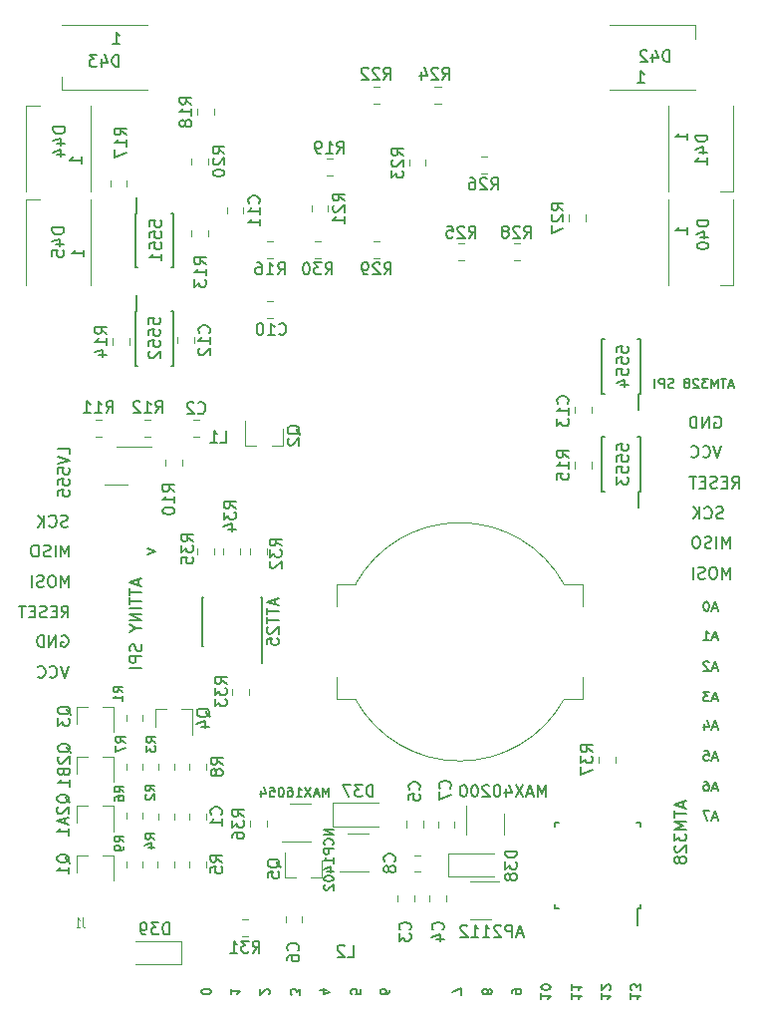
<source format=gbr>
G04 #@! TF.GenerationSoftware,KiCad,Pcbnew,(5.0.0)*
G04 #@! TF.CreationDate,2018-10-09T12:55:19+10:30*
G04 #@! TF.ProjectId,Paragon.kicad_2pcb,50617261676F6E2E6B696361645F3270,1.0*
G04 #@! TF.SameCoordinates,Original*
G04 #@! TF.FileFunction,Legend,Bot*
G04 #@! TF.FilePolarity,Positive*
%FSLAX46Y46*%
G04 Gerber Fmt 4.6, Leading zero omitted, Abs format (unit mm)*
G04 Created by KiCad (PCBNEW (5.0.0)) date 10/09/18 12:55:19*
%MOMM*%
%LPD*%
G01*
G04 APERTURE LIST*
%ADD10C,0.150000*%
%ADD11C,0.120000*%
%ADD12C,0.125000*%
G04 APERTURE END LIST*
D10*
X183071428Y-105133333D02*
X182690476Y-105133333D01*
X183147619Y-105361904D02*
X182880952Y-104561904D01*
X182614285Y-105361904D01*
X182195238Y-104561904D02*
X182119047Y-104561904D01*
X182042857Y-104600000D01*
X182004761Y-104638095D01*
X181966666Y-104714285D01*
X181928571Y-104866666D01*
X181928571Y-105057142D01*
X181966666Y-105209523D01*
X182004761Y-105285714D01*
X182042857Y-105323809D01*
X182119047Y-105361904D01*
X182195238Y-105361904D01*
X182271428Y-105323809D01*
X182309523Y-105285714D01*
X182347619Y-105209523D01*
X182385714Y-105057142D01*
X182385714Y-104866666D01*
X182347619Y-104714285D01*
X182309523Y-104638095D01*
X182271428Y-104600000D01*
X182195238Y-104561904D01*
X183071428Y-107633333D02*
X182690476Y-107633333D01*
X183147619Y-107861904D02*
X182880952Y-107061904D01*
X182614285Y-107861904D01*
X181928571Y-107861904D02*
X182385714Y-107861904D01*
X182157142Y-107861904D02*
X182157142Y-107061904D01*
X182233333Y-107176190D01*
X182309523Y-107252380D01*
X182385714Y-107290476D01*
X183071428Y-110233333D02*
X182690476Y-110233333D01*
X183147619Y-110461904D02*
X182880952Y-109661904D01*
X182614285Y-110461904D01*
X182385714Y-109738095D02*
X182347619Y-109700000D01*
X182271428Y-109661904D01*
X182080952Y-109661904D01*
X182004761Y-109700000D01*
X181966666Y-109738095D01*
X181928571Y-109814285D01*
X181928571Y-109890476D01*
X181966666Y-110004761D01*
X182423809Y-110461904D01*
X181928571Y-110461904D01*
X183071428Y-112833333D02*
X182690476Y-112833333D01*
X183147619Y-113061904D02*
X182880952Y-112261904D01*
X182614285Y-113061904D01*
X182423809Y-112261904D02*
X181928571Y-112261904D01*
X182195238Y-112566666D01*
X182080952Y-112566666D01*
X182004761Y-112604761D01*
X181966666Y-112642857D01*
X181928571Y-112719047D01*
X181928571Y-112909523D01*
X181966666Y-112985714D01*
X182004761Y-113023809D01*
X182080952Y-113061904D01*
X182309523Y-113061904D01*
X182385714Y-113023809D01*
X182423809Y-112985714D01*
X183071428Y-115233333D02*
X182690476Y-115233333D01*
X183147619Y-115461904D02*
X182880952Y-114661904D01*
X182614285Y-115461904D01*
X182004761Y-114928571D02*
X182004761Y-115461904D01*
X182195238Y-114623809D02*
X182385714Y-115195238D01*
X181890476Y-115195238D01*
X183071428Y-117833333D02*
X182690476Y-117833333D01*
X183147619Y-118061904D02*
X182880952Y-117261904D01*
X182614285Y-118061904D01*
X181966666Y-117261904D02*
X182347619Y-117261904D01*
X182385714Y-117642857D01*
X182347619Y-117604761D01*
X182271428Y-117566666D01*
X182080952Y-117566666D01*
X182004761Y-117604761D01*
X181966666Y-117642857D01*
X181928571Y-117719047D01*
X181928571Y-117909523D01*
X181966666Y-117985714D01*
X182004761Y-118023809D01*
X182080952Y-118061904D01*
X182271428Y-118061904D01*
X182347619Y-118023809D01*
X182385714Y-117985714D01*
X183071428Y-120433333D02*
X182690476Y-120433333D01*
X183147619Y-120661904D02*
X182880952Y-119861904D01*
X182614285Y-120661904D01*
X182004761Y-119861904D02*
X182157142Y-119861904D01*
X182233333Y-119900000D01*
X182271428Y-119938095D01*
X182347619Y-120052380D01*
X182385714Y-120204761D01*
X182385714Y-120509523D01*
X182347619Y-120585714D01*
X182309523Y-120623809D01*
X182233333Y-120661904D01*
X182080952Y-120661904D01*
X182004761Y-120623809D01*
X181966666Y-120585714D01*
X181928571Y-120509523D01*
X181928571Y-120319047D01*
X181966666Y-120242857D01*
X182004761Y-120204761D01*
X182080952Y-120166666D01*
X182233333Y-120166666D01*
X182309523Y-120204761D01*
X182347619Y-120242857D01*
X182385714Y-120319047D01*
X183071428Y-122933333D02*
X182690476Y-122933333D01*
X183147619Y-123161904D02*
X182880952Y-122361904D01*
X182614285Y-123161904D01*
X182423809Y-122361904D02*
X181890476Y-122361904D01*
X182233333Y-123161904D01*
X175738095Y-137852380D02*
X175738095Y-138309523D01*
X175738095Y-138080952D02*
X176538095Y-138080952D01*
X176423809Y-138157142D01*
X176347619Y-138233333D01*
X176309523Y-138309523D01*
X176538095Y-137585714D02*
X176538095Y-137090476D01*
X176233333Y-137357142D01*
X176233333Y-137242857D01*
X176195238Y-137166666D01*
X176157142Y-137128571D01*
X176080952Y-137090476D01*
X175890476Y-137090476D01*
X175814285Y-137128571D01*
X175776190Y-137166666D01*
X175738095Y-137242857D01*
X175738095Y-137471428D01*
X175776190Y-137547619D01*
X175814285Y-137585714D01*
X173238095Y-137852380D02*
X173238095Y-138309523D01*
X173238095Y-138080952D02*
X174038095Y-138080952D01*
X173923809Y-138157142D01*
X173847619Y-138233333D01*
X173809523Y-138309523D01*
X173961904Y-137547619D02*
X174000000Y-137509523D01*
X174038095Y-137433333D01*
X174038095Y-137242857D01*
X174000000Y-137166666D01*
X173961904Y-137128571D01*
X173885714Y-137090476D01*
X173809523Y-137090476D01*
X173695238Y-137128571D01*
X173238095Y-137585714D01*
X173238095Y-137090476D01*
X170738095Y-137852380D02*
X170738095Y-138309523D01*
X170738095Y-138080952D02*
X171538095Y-138080952D01*
X171423809Y-138157142D01*
X171347619Y-138233333D01*
X171309523Y-138309523D01*
X170738095Y-137090476D02*
X170738095Y-137547619D01*
X170738095Y-137319047D02*
X171538095Y-137319047D01*
X171423809Y-137395238D01*
X171347619Y-137471428D01*
X171309523Y-137547619D01*
X168138095Y-137852380D02*
X168138095Y-138309523D01*
X168138095Y-138080952D02*
X168938095Y-138080952D01*
X168823809Y-138157142D01*
X168747619Y-138233333D01*
X168709523Y-138309523D01*
X168938095Y-137357142D02*
X168938095Y-137280952D01*
X168900000Y-137204761D01*
X168861904Y-137166666D01*
X168785714Y-137128571D01*
X168633333Y-137090476D01*
X168442857Y-137090476D01*
X168290476Y-137128571D01*
X168214285Y-137166666D01*
X168176190Y-137204761D01*
X168138095Y-137280952D01*
X168138095Y-137357142D01*
X168176190Y-137433333D01*
X168214285Y-137471428D01*
X168290476Y-137509523D01*
X168442857Y-137547619D01*
X168633333Y-137547619D01*
X168785714Y-137509523D01*
X168861904Y-137471428D01*
X168900000Y-137433333D01*
X168938095Y-137357142D01*
X165638095Y-137852380D02*
X165638095Y-137699999D01*
X165676190Y-137623809D01*
X165714285Y-137585714D01*
X165828571Y-137509523D01*
X165980952Y-137471428D01*
X166285714Y-137471428D01*
X166361904Y-137509523D01*
X166400000Y-137547619D01*
X166438095Y-137623809D01*
X166438095Y-137776190D01*
X166399999Y-137852380D01*
X166361904Y-137890476D01*
X166285714Y-137928571D01*
X166095238Y-137928571D01*
X166019047Y-137890476D01*
X165980952Y-137852380D01*
X165942857Y-137776190D01*
X165942857Y-137623809D01*
X165980952Y-137547619D01*
X166019047Y-137509523D01*
X166095238Y-137471428D01*
X163595238Y-137776190D02*
X163633333Y-137852380D01*
X163671428Y-137890476D01*
X163747619Y-137928571D01*
X163785714Y-137928571D01*
X163861904Y-137890476D01*
X163899999Y-137852380D01*
X163938095Y-137776190D01*
X163938095Y-137623809D01*
X163900000Y-137547619D01*
X163861904Y-137509523D01*
X163785714Y-137471428D01*
X163747619Y-137471428D01*
X163671428Y-137509523D01*
X163633333Y-137547619D01*
X163595238Y-137623809D01*
X163595238Y-137776190D01*
X163557142Y-137852380D01*
X163519047Y-137890476D01*
X163442857Y-137928571D01*
X163290476Y-137928571D01*
X163214285Y-137890476D01*
X163176190Y-137852380D01*
X163138095Y-137776190D01*
X163138095Y-137623809D01*
X163176190Y-137547619D01*
X163214285Y-137509523D01*
X163290476Y-137471428D01*
X163442857Y-137471428D01*
X163519047Y-137509523D01*
X163557142Y-137547619D01*
X163595238Y-137623809D01*
X161338095Y-137966666D02*
X161338095Y-137433333D01*
X160538095Y-137776190D01*
X155238095Y-137547619D02*
X155238095Y-137699999D01*
X155199999Y-137776190D01*
X155161904Y-137814285D01*
X155047619Y-137890476D01*
X154895238Y-137928571D01*
X154590476Y-137928571D01*
X154514285Y-137890476D01*
X154476190Y-137852380D01*
X154438095Y-137776190D01*
X154438095Y-137623809D01*
X154476190Y-137547619D01*
X154514285Y-137509523D01*
X154590476Y-137471428D01*
X154780952Y-137471428D01*
X154857142Y-137509523D01*
X154895238Y-137547619D01*
X154933333Y-137623809D01*
X154933333Y-137776190D01*
X154895238Y-137852380D01*
X154857142Y-137890476D01*
X154780952Y-137928571D01*
X152738095Y-137509523D02*
X152738095Y-137890476D01*
X152357142Y-137928571D01*
X152395238Y-137890476D01*
X152433333Y-137814285D01*
X152433333Y-137623809D01*
X152395238Y-137547619D01*
X152357142Y-137509523D01*
X152280952Y-137471428D01*
X152090476Y-137471428D01*
X152014285Y-137509523D01*
X151976190Y-137547619D01*
X151938095Y-137623809D01*
X151938095Y-137814285D01*
X151976190Y-137890476D01*
X152014285Y-137928571D01*
X149871428Y-137547619D02*
X149338095Y-137547619D01*
X150176190Y-137738095D02*
X149604761Y-137928571D01*
X149604761Y-137433333D01*
X147638095Y-137966666D02*
X147638095Y-137471428D01*
X147333333Y-137738095D01*
X147333333Y-137623809D01*
X147295238Y-137547619D01*
X147257142Y-137509523D01*
X147180952Y-137471428D01*
X146990476Y-137471428D01*
X146914285Y-137509523D01*
X146876190Y-137547619D01*
X146838095Y-137623809D01*
X146838095Y-137852380D01*
X146876190Y-137928571D01*
X146914285Y-137966666D01*
X144961904Y-137928571D02*
X144999999Y-137890476D01*
X145038095Y-137814285D01*
X145038095Y-137623809D01*
X145000000Y-137547619D01*
X144961904Y-137509523D01*
X144885714Y-137471428D01*
X144809523Y-137471428D01*
X144695238Y-137509523D01*
X144238095Y-137966666D01*
X144238095Y-137471428D01*
X141738095Y-137471428D02*
X141738095Y-137928571D01*
X141738095Y-137699999D02*
X142538095Y-137699999D01*
X142423809Y-137776190D01*
X142347619Y-137852380D01*
X142309523Y-137928571D01*
X140038095Y-137738095D02*
X140038095Y-137661904D01*
X140000000Y-137585714D01*
X139961904Y-137547619D01*
X139885714Y-137509523D01*
X139733333Y-137471428D01*
X139542857Y-137471428D01*
X139390476Y-137509523D01*
X139314285Y-137547619D01*
X139276190Y-137585714D01*
X139238095Y-137661904D01*
X139238095Y-137738095D01*
X139276190Y-137814285D01*
X139314285Y-137852380D01*
X139390476Y-137890476D01*
X139542857Y-137928571D01*
X139733333Y-137928571D01*
X139885714Y-137890476D01*
X139961904Y-137852380D01*
X139999999Y-137814285D01*
X140038095Y-137738095D01*
X127885714Y-98204761D02*
X127742857Y-98252380D01*
X127504761Y-98252380D01*
X127409523Y-98204761D01*
X127361904Y-98157142D01*
X127314285Y-98061904D01*
X127314285Y-97966666D01*
X127361904Y-97871428D01*
X127409523Y-97823809D01*
X127504761Y-97776190D01*
X127695238Y-97728571D01*
X127790476Y-97680952D01*
X127838095Y-97633333D01*
X127885714Y-97538095D01*
X127885714Y-97442857D01*
X127838095Y-97347619D01*
X127790476Y-97300000D01*
X127695238Y-97252380D01*
X127457142Y-97252380D01*
X127314285Y-97300000D01*
X126314285Y-98157142D02*
X126361904Y-98204761D01*
X126504761Y-98252380D01*
X126599999Y-98252380D01*
X126742857Y-98204761D01*
X126838095Y-98109523D01*
X126885714Y-98014285D01*
X126933333Y-97823809D01*
X126933333Y-97680952D01*
X126885714Y-97490476D01*
X126838095Y-97395238D01*
X126742857Y-97300000D01*
X126599999Y-97252380D01*
X126504761Y-97252380D01*
X126361904Y-97300000D01*
X126314285Y-97347619D01*
X125885714Y-98252380D02*
X125885714Y-97252380D01*
X125314285Y-98252380D02*
X125742857Y-97680952D01*
X125314285Y-97252380D02*
X125885714Y-97823809D01*
X127971428Y-100777380D02*
X127971428Y-99777380D01*
X127638095Y-100491666D01*
X127304761Y-99777380D01*
X127304761Y-100777380D01*
X126828571Y-100777380D02*
X126828571Y-99777380D01*
X126400000Y-100729761D02*
X126257142Y-100777380D01*
X126019047Y-100777380D01*
X125923809Y-100729761D01*
X125876190Y-100682142D01*
X125828571Y-100586904D01*
X125828571Y-100491666D01*
X125876190Y-100396428D01*
X125923809Y-100348809D01*
X126019047Y-100301190D01*
X126209523Y-100253571D01*
X126304761Y-100205952D01*
X126352380Y-100158333D01*
X126400000Y-100063095D01*
X126400000Y-99967857D01*
X126352380Y-99872619D01*
X126304761Y-99825000D01*
X126209523Y-99777380D01*
X125971428Y-99777380D01*
X125828571Y-99825000D01*
X125209523Y-99777380D02*
X125019047Y-99777380D01*
X124923809Y-99825000D01*
X124828571Y-99920238D01*
X124780952Y-100110714D01*
X124780952Y-100444047D01*
X124828571Y-100634523D01*
X124923809Y-100729761D01*
X125019047Y-100777380D01*
X125209523Y-100777380D01*
X125304761Y-100729761D01*
X125400000Y-100634523D01*
X125447619Y-100444047D01*
X125447619Y-100110714D01*
X125400000Y-99920238D01*
X125304761Y-99825000D01*
X125209523Y-99777380D01*
X127971428Y-103352380D02*
X127971428Y-102352380D01*
X127638095Y-103066666D01*
X127304761Y-102352380D01*
X127304761Y-103352380D01*
X126638095Y-102352380D02*
X126447619Y-102352380D01*
X126352380Y-102400000D01*
X126257142Y-102495238D01*
X126209523Y-102685714D01*
X126209523Y-103019047D01*
X126257142Y-103209523D01*
X126352380Y-103304761D01*
X126447619Y-103352380D01*
X126638095Y-103352380D01*
X126733333Y-103304761D01*
X126828571Y-103209523D01*
X126876190Y-103019047D01*
X126876190Y-102685714D01*
X126828571Y-102495238D01*
X126733333Y-102400000D01*
X126638095Y-102352380D01*
X125828571Y-103304761D02*
X125685714Y-103352380D01*
X125447619Y-103352380D01*
X125352380Y-103304761D01*
X125304761Y-103257142D01*
X125257142Y-103161904D01*
X125257142Y-103066666D01*
X125304761Y-102971428D01*
X125352380Y-102923809D01*
X125447619Y-102876190D01*
X125638095Y-102828571D01*
X125733333Y-102780952D01*
X125780952Y-102733333D01*
X125828571Y-102638095D01*
X125828571Y-102542857D01*
X125780952Y-102447619D01*
X125733333Y-102400000D01*
X125638095Y-102352380D01*
X125400000Y-102352380D01*
X125257142Y-102400000D01*
X124828571Y-103352380D02*
X124828571Y-102352380D01*
X127352380Y-105952380D02*
X127685714Y-105476190D01*
X127923809Y-105952380D02*
X127923809Y-104952380D01*
X127542857Y-104952380D01*
X127447619Y-105000000D01*
X127400000Y-105047619D01*
X127352380Y-105142857D01*
X127352380Y-105285714D01*
X127400000Y-105380952D01*
X127447619Y-105428571D01*
X127542857Y-105476190D01*
X127923809Y-105476190D01*
X126923809Y-105428571D02*
X126590476Y-105428571D01*
X126447619Y-105952380D02*
X126923809Y-105952380D01*
X126923809Y-104952380D01*
X126447619Y-104952380D01*
X126066666Y-105904761D02*
X125923809Y-105952380D01*
X125685714Y-105952380D01*
X125590476Y-105904761D01*
X125542857Y-105857142D01*
X125495238Y-105761904D01*
X125495238Y-105666666D01*
X125542857Y-105571428D01*
X125590476Y-105523809D01*
X125685714Y-105476190D01*
X125876190Y-105428571D01*
X125971428Y-105380952D01*
X126019047Y-105333333D01*
X126066666Y-105238095D01*
X126066666Y-105142857D01*
X126019047Y-105047619D01*
X125971428Y-105000000D01*
X125876190Y-104952380D01*
X125638095Y-104952380D01*
X125495238Y-105000000D01*
X125066666Y-105428571D02*
X124733333Y-105428571D01*
X124590476Y-105952380D02*
X125066666Y-105952380D01*
X125066666Y-104952380D01*
X124590476Y-104952380D01*
X124304761Y-104952380D02*
X123733333Y-104952380D01*
X124019047Y-105952380D02*
X124019047Y-104952380D01*
X127361904Y-107500000D02*
X127457142Y-107452380D01*
X127600000Y-107452380D01*
X127742857Y-107500000D01*
X127838095Y-107595238D01*
X127885714Y-107690476D01*
X127933333Y-107880952D01*
X127933333Y-108023809D01*
X127885714Y-108214285D01*
X127838095Y-108309523D01*
X127742857Y-108404761D01*
X127600000Y-108452380D01*
X127504761Y-108452380D01*
X127361904Y-108404761D01*
X127314285Y-108357142D01*
X127314285Y-108023809D01*
X127504761Y-108023809D01*
X126885714Y-108452380D02*
X126885714Y-107452380D01*
X126314285Y-108452380D01*
X126314285Y-107452380D01*
X125838095Y-108452380D02*
X125838095Y-107452380D01*
X125600000Y-107452380D01*
X125457142Y-107500000D01*
X125361904Y-107595238D01*
X125314285Y-107690476D01*
X125266666Y-107880952D01*
X125266666Y-108023809D01*
X125314285Y-108214285D01*
X125361904Y-108309523D01*
X125457142Y-108404761D01*
X125600000Y-108452380D01*
X125838095Y-108452380D01*
X127933333Y-110052380D02*
X127599999Y-111052380D01*
X127266666Y-110052380D01*
X126361904Y-110957142D02*
X126409523Y-111004761D01*
X126552380Y-111052380D01*
X126647619Y-111052380D01*
X126790476Y-111004761D01*
X126885714Y-110909523D01*
X126933333Y-110814285D01*
X126980952Y-110623809D01*
X126980952Y-110480952D01*
X126933333Y-110290476D01*
X126885714Y-110195238D01*
X126790476Y-110100000D01*
X126647619Y-110052380D01*
X126552380Y-110052380D01*
X126409523Y-110100000D01*
X126361904Y-110147619D01*
X125361904Y-110957142D02*
X125409523Y-111004761D01*
X125552380Y-111052380D01*
X125647619Y-111052380D01*
X125790476Y-111004761D01*
X125885714Y-110909523D01*
X125933333Y-110814285D01*
X125980952Y-110623809D01*
X125980952Y-110480952D01*
X125933333Y-110290476D01*
X125885714Y-110195238D01*
X125790476Y-110100000D01*
X125647619Y-110052380D01*
X125552380Y-110052380D01*
X125409523Y-110100000D01*
X125361904Y-110147619D01*
X184171428Y-102652380D02*
X184171428Y-101652380D01*
X183838095Y-102366666D01*
X183504761Y-101652380D01*
X183504761Y-102652380D01*
X182838095Y-101652380D02*
X182647619Y-101652380D01*
X182552380Y-101700000D01*
X182457142Y-101795238D01*
X182409523Y-101985714D01*
X182409523Y-102319047D01*
X182457142Y-102509523D01*
X182552380Y-102604761D01*
X182647619Y-102652380D01*
X182838095Y-102652380D01*
X182933333Y-102604761D01*
X183028571Y-102509523D01*
X183076190Y-102319047D01*
X183076190Y-101985714D01*
X183028571Y-101795238D01*
X182933333Y-101700000D01*
X182838095Y-101652380D01*
X182028571Y-102604761D02*
X181885714Y-102652380D01*
X181647619Y-102652380D01*
X181552380Y-102604761D01*
X181504761Y-102557142D01*
X181457142Y-102461904D01*
X181457142Y-102366666D01*
X181504761Y-102271428D01*
X181552380Y-102223809D01*
X181647619Y-102176190D01*
X181838095Y-102128571D01*
X181933333Y-102080952D01*
X181980952Y-102033333D01*
X182028571Y-101938095D01*
X182028571Y-101842857D01*
X181980952Y-101747619D01*
X181933333Y-101700000D01*
X181838095Y-101652380D01*
X181599999Y-101652380D01*
X181457142Y-101700000D01*
X181028571Y-102652380D02*
X181028571Y-101652380D01*
X184171428Y-100052380D02*
X184171428Y-99052380D01*
X183838095Y-99766666D01*
X183504761Y-99052380D01*
X183504761Y-100052380D01*
X183028571Y-100052380D02*
X183028571Y-99052380D01*
X182599999Y-100004761D02*
X182457142Y-100052380D01*
X182219047Y-100052380D01*
X182123809Y-100004761D01*
X182076190Y-99957142D01*
X182028571Y-99861904D01*
X182028571Y-99766666D01*
X182076190Y-99671428D01*
X182123809Y-99623809D01*
X182219047Y-99576190D01*
X182409523Y-99528571D01*
X182504761Y-99480952D01*
X182552380Y-99433333D01*
X182599999Y-99338095D01*
X182599999Y-99242857D01*
X182552380Y-99147619D01*
X182504761Y-99100000D01*
X182409523Y-99052380D01*
X182171428Y-99052380D01*
X182028571Y-99100000D01*
X181409523Y-99052380D02*
X181219047Y-99052380D01*
X181123809Y-99100000D01*
X181028571Y-99195238D01*
X180980952Y-99385714D01*
X180980952Y-99719047D01*
X181028571Y-99909523D01*
X181123809Y-100004761D01*
X181219047Y-100052380D01*
X181409523Y-100052380D01*
X181504761Y-100004761D01*
X181599999Y-99909523D01*
X181647619Y-99719047D01*
X181647619Y-99385714D01*
X181599999Y-99195238D01*
X181504761Y-99100000D01*
X181409523Y-99052380D01*
X183585714Y-97504761D02*
X183442857Y-97552380D01*
X183204761Y-97552380D01*
X183109523Y-97504761D01*
X183061904Y-97457142D01*
X183014285Y-97361904D01*
X183014285Y-97266666D01*
X183061904Y-97171428D01*
X183109523Y-97123809D01*
X183204761Y-97076190D01*
X183395238Y-97028571D01*
X183490476Y-96980952D01*
X183538095Y-96933333D01*
X183585714Y-96838095D01*
X183585714Y-96742857D01*
X183538095Y-96647619D01*
X183490476Y-96600000D01*
X183395238Y-96552380D01*
X183157142Y-96552380D01*
X183014285Y-96600000D01*
X182014285Y-97457142D02*
X182061904Y-97504761D01*
X182204761Y-97552380D01*
X182299999Y-97552380D01*
X182442857Y-97504761D01*
X182538095Y-97409523D01*
X182585714Y-97314285D01*
X182633333Y-97123809D01*
X182633333Y-96980952D01*
X182585714Y-96790476D01*
X182538095Y-96695238D01*
X182442857Y-96600000D01*
X182299999Y-96552380D01*
X182204761Y-96552380D01*
X182061904Y-96600000D01*
X182014285Y-96647619D01*
X181585714Y-97552380D02*
X181585714Y-96552380D01*
X181014285Y-97552380D02*
X181442857Y-96980952D01*
X181014285Y-96552380D02*
X181585714Y-97123809D01*
X184352380Y-94952380D02*
X184685714Y-94476190D01*
X184923809Y-94952380D02*
X184923809Y-93952380D01*
X184542857Y-93952380D01*
X184447619Y-94000000D01*
X184399999Y-94047619D01*
X184352380Y-94142857D01*
X184352380Y-94285714D01*
X184399999Y-94380952D01*
X184447619Y-94428571D01*
X184542857Y-94476190D01*
X184923809Y-94476190D01*
X183923809Y-94428571D02*
X183590476Y-94428571D01*
X183447619Y-94952380D02*
X183923809Y-94952380D01*
X183923809Y-93952380D01*
X183447619Y-93952380D01*
X183066666Y-94904761D02*
X182923809Y-94952380D01*
X182685714Y-94952380D01*
X182590476Y-94904761D01*
X182542857Y-94857142D01*
X182495238Y-94761904D01*
X182495238Y-94666666D01*
X182542857Y-94571428D01*
X182590476Y-94523809D01*
X182685714Y-94476190D01*
X182876190Y-94428571D01*
X182971428Y-94380952D01*
X183019047Y-94333333D01*
X183066666Y-94238095D01*
X183066666Y-94142857D01*
X183019047Y-94047619D01*
X182971428Y-94000000D01*
X182876190Y-93952380D01*
X182638095Y-93952380D01*
X182495238Y-94000000D01*
X182066666Y-94428571D02*
X181733333Y-94428571D01*
X181590476Y-94952380D02*
X182066666Y-94952380D01*
X182066666Y-93952380D01*
X181590476Y-93952380D01*
X181304761Y-93952380D02*
X180733333Y-93952380D01*
X181019047Y-94952380D02*
X181019047Y-93952380D01*
X183433333Y-91352380D02*
X183099999Y-92352380D01*
X182766666Y-91352380D01*
X181861904Y-92257142D02*
X181909523Y-92304761D01*
X182052380Y-92352380D01*
X182147619Y-92352380D01*
X182290476Y-92304761D01*
X182385714Y-92209523D01*
X182433333Y-92114285D01*
X182480952Y-91923809D01*
X182480952Y-91780952D01*
X182433333Y-91590476D01*
X182385714Y-91495238D01*
X182290476Y-91400000D01*
X182147619Y-91352380D01*
X182052380Y-91352380D01*
X181909523Y-91400000D01*
X181861904Y-91447619D01*
X180861904Y-92257142D02*
X180909523Y-92304761D01*
X181052380Y-92352380D01*
X181147619Y-92352380D01*
X181290476Y-92304761D01*
X181385714Y-92209523D01*
X181433333Y-92114285D01*
X181480952Y-91923809D01*
X181480952Y-91780952D01*
X181433333Y-91590476D01*
X181385714Y-91495238D01*
X181290476Y-91400000D01*
X181147619Y-91352380D01*
X181052380Y-91352380D01*
X180909523Y-91400000D01*
X180861904Y-91447619D01*
X182861904Y-88900000D02*
X182957142Y-88852380D01*
X183100000Y-88852380D01*
X183242857Y-88900000D01*
X183338095Y-88995238D01*
X183385714Y-89090476D01*
X183433333Y-89280952D01*
X183433333Y-89423809D01*
X183385714Y-89614285D01*
X183338095Y-89709523D01*
X183242857Y-89804761D01*
X183100000Y-89852380D01*
X183004761Y-89852380D01*
X182861904Y-89804761D01*
X182814285Y-89757142D01*
X182814285Y-89423809D01*
X183004761Y-89423809D01*
X182385714Y-89852380D02*
X182385714Y-88852380D01*
X181814285Y-89852380D01*
X181814285Y-88852380D01*
X181338095Y-89852380D02*
X181338095Y-88852380D01*
X181100000Y-88852380D01*
X180957142Y-88900000D01*
X180861904Y-88995238D01*
X180814285Y-89090476D01*
X180766666Y-89280952D01*
X180766666Y-89423809D01*
X180814285Y-89614285D01*
X180861904Y-89709523D01*
X180957142Y-89804761D01*
X181100000Y-89852380D01*
X181338095Y-89852380D01*
D11*
G04 #@! TO.C,R17*
X132910000Y-69358578D02*
X132910000Y-68841422D01*
X131490000Y-69358578D02*
X131490000Y-68841422D01*
G04 #@! TO.C,AP2112*
X163850492Y-131558999D02*
X162050492Y-131558999D01*
X162050492Y-128338999D02*
X164500492Y-128338999D01*
D10*
G04 #@! TO.C,ATM328*
X176575000Y-130625000D02*
X176350000Y-130625000D01*
X176575000Y-123375000D02*
X176250000Y-123375000D01*
X169325000Y-123375000D02*
X169650000Y-123375000D01*
X169325000Y-130625000D02*
X169650000Y-130625000D01*
X176575000Y-130625000D02*
X176575000Y-130300000D01*
X169325000Y-130625000D02*
X169325000Y-130300000D01*
X169325000Y-123375000D02*
X169325000Y-123700000D01*
X176575000Y-123375000D02*
X176575000Y-123700000D01*
X176350000Y-130625000D02*
X176350000Y-132050000D01*
G04 #@! TO.C,ATT25*
X144419406Y-108387992D02*
X144369406Y-108387992D01*
X144419406Y-104237992D02*
X144274406Y-104237992D01*
X139269406Y-104237992D02*
X139414406Y-104237992D01*
X139269406Y-108387992D02*
X139414406Y-108387992D01*
X144419406Y-108387992D02*
X144419406Y-104237992D01*
X139269406Y-108387992D02*
X139269406Y-104237992D01*
X144369406Y-108387992D02*
X144369406Y-109787992D01*
D11*
G04 #@! TO.C,BT1*
X150730000Y-112885000D02*
X152337090Y-112885000D01*
X150730000Y-111000000D02*
X150730000Y-112885000D01*
X171670000Y-111000000D02*
X171670000Y-112885000D01*
X150730000Y-105000000D02*
X150730000Y-103115000D01*
X171670000Y-105000000D02*
X171670000Y-103115000D01*
X171670000Y-112885000D02*
X170062910Y-112885000D01*
X150730000Y-103115000D02*
X152337090Y-103115000D01*
X171670000Y-103115000D02*
X170062910Y-103115000D01*
X152337090Y-112885000D02*
G75*
G03X170062910Y-112885000I8862910J4885000D01*
G01*
X170065021Y-103118832D02*
G75*
G03X152337090Y-103115000I-8865021J-4881168D01*
G01*
G04 #@! TO.C,C1*
X138202454Y-123080390D02*
X138202454Y-122563234D01*
X139622454Y-123080390D02*
X139622454Y-122563234D01*
G04 #@! TO.C,C2*
X138529519Y-90561513D02*
X139046675Y-90561513D01*
X138529519Y-89141513D02*
X139046675Y-89141513D01*
G04 #@! TO.C,C3*
X155890492Y-130070077D02*
X155890492Y-129552921D01*
X157310492Y-130070077D02*
X157310492Y-129552921D01*
G04 #@! TO.C,C4*
X160060492Y-130070077D02*
X160060492Y-129552921D01*
X158640492Y-130070077D02*
X158640492Y-129552921D01*
G04 #@! TO.C,C5*
X156654282Y-123737782D02*
X156654282Y-123220626D01*
X158074282Y-123737782D02*
X158074282Y-123220626D01*
G04 #@! TO.C,C6*
X146390000Y-131341422D02*
X146390000Y-131858578D01*
X147810000Y-131341422D02*
X147810000Y-131858578D01*
G04 #@! TO.C,C7*
X159354282Y-123233126D02*
X159354282Y-123750282D01*
X160774282Y-123233126D02*
X160774282Y-123750282D01*
G04 #@! TO.C,C8*
X157885360Y-127539204D02*
X157368204Y-127539204D01*
X157885360Y-126119204D02*
X157368204Y-126119204D01*
G04 #@! TO.C,C10*
X145358578Y-79090000D02*
X144841422Y-79090000D01*
X145358578Y-80510000D02*
X144841422Y-80510000D01*
G04 #@! TO.C,C11*
X141390000Y-71658578D02*
X141390000Y-71141422D01*
X142810000Y-71658578D02*
X142810000Y-71141422D01*
G04 #@! TO.C,C12*
X137190000Y-82658578D02*
X137190000Y-82141422D01*
X138610000Y-82658578D02*
X138610000Y-82141422D01*
G04 #@! TO.C,C13*
X170990000Y-88558578D02*
X170990000Y-88041422D01*
X172410000Y-88558578D02*
X172410000Y-88041422D01*
G04 #@! TO.C,D37*
X150364282Y-123679204D02*
X150364282Y-121679204D01*
X150364282Y-121679204D02*
X154264282Y-121679204D01*
X150364282Y-123679204D02*
X154264282Y-123679204D01*
G04 #@! TO.C,D38*
X160250492Y-127948999D02*
X160250492Y-125948999D01*
X160250492Y-125948999D02*
X164150492Y-125948999D01*
X160250492Y-127948999D02*
X164150492Y-127948999D01*
G04 #@! TO.C,D39*
X137550000Y-133400000D02*
X133650000Y-133400000D01*
X137550000Y-135400000D02*
X133650000Y-135400000D01*
X137550000Y-133400000D02*
X137550000Y-135400000D01*
G04 #@! TO.C,D40*
X178950000Y-70400000D02*
X178950000Y-77700000D01*
X184450000Y-70400000D02*
X184450000Y-77700000D01*
X184450000Y-77700000D02*
X183300000Y-77700000D01*
G04 #@! TO.C,D41*
X184450000Y-69800000D02*
X183300000Y-69800000D01*
X184450000Y-62500000D02*
X184450000Y-69800000D01*
X178950000Y-62500000D02*
X178950000Y-69800000D01*
G04 #@! TO.C,D42*
X173900000Y-61150000D02*
X181200000Y-61150000D01*
X173900000Y-55650000D02*
X181200000Y-55650000D01*
X181200000Y-55650000D02*
X181200000Y-56800000D01*
G04 #@! TO.C,D43*
X127350000Y-61150000D02*
X127350000Y-60000000D01*
X134650000Y-61150000D02*
X127350000Y-61150000D01*
X134650000Y-55650000D02*
X127350000Y-55650000D01*
G04 #@! TO.C,D44*
X124350000Y-62500000D02*
X125500000Y-62500000D01*
X124350000Y-69800000D02*
X124350000Y-62500000D01*
X129850000Y-69800000D02*
X129850000Y-62500000D01*
G04 #@! TO.C,D45*
X129850000Y-77700000D02*
X129850000Y-70400000D01*
X124350000Y-77700000D02*
X124350000Y-70400000D01*
X124350000Y-70400000D02*
X125500000Y-70400000D01*
D10*
G04 #@! TO.C,5551*
X133734527Y-71582545D02*
X133734527Y-70232545D01*
X136884527Y-71582545D02*
X136884527Y-76232545D01*
X133634527Y-71582545D02*
X133634527Y-76232545D01*
X136884527Y-71582545D02*
X136684527Y-71582545D01*
X136884527Y-76232545D02*
X136684527Y-76232545D01*
X133634527Y-76232545D02*
X133834527Y-76232545D01*
X133634527Y-71582545D02*
X133734527Y-71582545D01*
G04 #@! TO.C,5552*
X133609527Y-79932545D02*
X133709527Y-79932545D01*
X133609527Y-84582545D02*
X133809527Y-84582545D01*
X136859527Y-84582545D02*
X136659527Y-84582545D01*
X136859527Y-79932545D02*
X136659527Y-79932545D01*
X133609527Y-79932545D02*
X133609527Y-84582545D01*
X136859527Y-79932545D02*
X136859527Y-84582545D01*
X133709527Y-79932545D02*
X133709527Y-78582545D01*
G04 #@! TO.C,5553*
X176527708Y-95246752D02*
X176427708Y-95246752D01*
X176527708Y-90596752D02*
X176327708Y-90596752D01*
X173277708Y-90596752D02*
X173477708Y-90596752D01*
X173277708Y-95246752D02*
X173477708Y-95246752D01*
X176527708Y-95246752D02*
X176527708Y-90596752D01*
X173277708Y-95246752D02*
X173277708Y-90596752D01*
X176427708Y-95246752D02*
X176427708Y-96596752D01*
G04 #@! TO.C,5554*
X176427708Y-86946752D02*
X176427708Y-88296752D01*
X173277708Y-86946752D02*
X173277708Y-82296752D01*
X176527708Y-86946752D02*
X176527708Y-82296752D01*
X173277708Y-86946752D02*
X173477708Y-86946752D01*
X173277708Y-82296752D02*
X173477708Y-82296752D01*
X176527708Y-82296752D02*
X176327708Y-82296752D01*
X176527708Y-86946752D02*
X176427708Y-86946752D01*
D11*
G04 #@! TO.C,LV555*
X131002201Y-94657980D02*
X133002201Y-94657980D01*
X132002201Y-91417980D02*
X135002201Y-91417980D01*
G04 #@! TO.C,MAX16054*
X146764282Y-121719204D02*
X148564282Y-121719204D01*
X148564282Y-124939204D02*
X146114282Y-124939204D01*
G04 #@! TO.C,MAX40200*
X161754282Y-124379204D02*
X161754282Y-121929204D01*
X164974282Y-122579204D02*
X164974282Y-124379204D01*
G04 #@! TO.C,NCP1402*
X151664282Y-124319204D02*
X153464282Y-124319204D01*
X153464282Y-127539204D02*
X151014282Y-127539204D01*
G04 #@! TO.C,Q1*
X128632454Y-126124312D02*
X128632454Y-127584312D01*
X131792454Y-126124312D02*
X131792454Y-128284312D01*
X131792454Y-126124312D02*
X130862454Y-126124312D01*
X128632454Y-126124312D02*
X129562454Y-126124312D01*
G04 #@! TO.C,Q2*
X146130000Y-91360000D02*
X146130000Y-89900000D01*
X142970000Y-91360000D02*
X142970000Y-89200000D01*
X142970000Y-91360000D02*
X143900000Y-91360000D01*
X146130000Y-91360000D02*
X145200000Y-91360000D01*
G04 #@! TO.C,Q3*
X128632454Y-113524312D02*
X129562454Y-113524312D01*
X131792454Y-113524312D02*
X130862454Y-113524312D01*
X131792454Y-113524312D02*
X131792454Y-115684312D01*
X128632454Y-113524312D02*
X128632454Y-114984312D01*
G04 #@! TO.C,Q4*
X135332454Y-113724312D02*
X136262454Y-113724312D01*
X138492454Y-113724312D02*
X137562454Y-113724312D01*
X138492454Y-113724312D02*
X138492454Y-115884312D01*
X135332454Y-113724312D02*
X135332454Y-115184312D01*
G04 #@! TO.C,Q5*
X149494282Y-128039204D02*
X148564282Y-128039204D01*
X146334282Y-128039204D02*
X147264282Y-128039204D01*
X146334282Y-128039204D02*
X146334282Y-125879204D01*
X149494282Y-128039204D02*
X149494282Y-126579204D01*
G04 #@! TO.C,Q2A1*
X128632454Y-121924312D02*
X129562454Y-121924312D01*
X131792454Y-121924312D02*
X130862454Y-121924312D01*
X131792454Y-121924312D02*
X131792454Y-124084312D01*
X128632454Y-121924312D02*
X128632454Y-123384312D01*
G04 #@! TO.C,Q2B1*
X128632454Y-117724312D02*
X128632454Y-119184312D01*
X131792454Y-117724312D02*
X131792454Y-119884312D01*
X131792454Y-117724312D02*
X130862454Y-117724312D01*
X128632454Y-117724312D02*
X129562454Y-117724312D01*
G04 #@! TO.C,R1*
X134272454Y-114755390D02*
X134272454Y-114238234D01*
X132852454Y-114755390D02*
X132852454Y-114238234D01*
G04 #@! TO.C,R2*
X135552454Y-123080390D02*
X135552454Y-122563234D01*
X136972454Y-123080390D02*
X136972454Y-122563234D01*
G04 #@! TO.C,R3*
X136972454Y-118880390D02*
X136972454Y-118363234D01*
X135552454Y-118880390D02*
X135552454Y-118363234D01*
G04 #@! TO.C,R4*
X135502454Y-126613234D02*
X135502454Y-127130390D01*
X136922454Y-126613234D02*
X136922454Y-127130390D01*
G04 #@! TO.C,R5*
X139622454Y-127130390D02*
X139622454Y-126613234D01*
X138202454Y-127130390D02*
X138202454Y-126613234D01*
G04 #@! TO.C,R6*
X132852454Y-123005390D02*
X132852454Y-122488234D01*
X134272454Y-123005390D02*
X134272454Y-122488234D01*
G04 #@! TO.C,R7*
X132852454Y-118855390D02*
X132852454Y-118338234D01*
X134272454Y-118855390D02*
X134272454Y-118338234D01*
G04 #@! TO.C,R8*
X139622454Y-118363234D02*
X139622454Y-118880390D01*
X138202454Y-118363234D02*
X138202454Y-118880390D01*
G04 #@! TO.C,R9*
X132852454Y-127155390D02*
X132852454Y-126638234D01*
X134272454Y-127155390D02*
X134272454Y-126638234D01*
G04 #@! TO.C,R10*
X136190597Y-93022591D02*
X136190597Y-92505435D01*
X137610597Y-93022591D02*
X137610597Y-92505435D01*
G04 #@! TO.C,R11*
X130746675Y-90561513D02*
X130229519Y-90561513D01*
X130746675Y-89141513D02*
X130229519Y-89141513D01*
G04 #@! TO.C,R12*
X134429519Y-89141513D02*
X134946675Y-89141513D01*
X134429519Y-90561513D02*
X134946675Y-90561513D01*
G04 #@! TO.C,R13*
X138390000Y-73078922D02*
X138390000Y-73596078D01*
X139810000Y-73078922D02*
X139810000Y-73596078D01*
G04 #@! TO.C,R14*
X133110000Y-82241422D02*
X133110000Y-82758578D01*
X131690000Y-82241422D02*
X131690000Y-82758578D01*
G04 #@! TO.C,R15*
X172410000Y-93258578D02*
X172410000Y-92741422D01*
X170990000Y-93258578D02*
X170990000Y-92741422D01*
G04 #@! TO.C,R16*
X144841422Y-73990000D02*
X145358578Y-73990000D01*
X144841422Y-75410000D02*
X145358578Y-75410000D01*
G04 #@! TO.C,R18*
X140310000Y-62741422D02*
X140310000Y-63258578D01*
X138890000Y-62741422D02*
X138890000Y-63258578D01*
G04 #@! TO.C,R19*
X150396078Y-68410000D02*
X149878922Y-68410000D01*
X150396078Y-66990000D02*
X149878922Y-66990000D01*
G04 #@! TO.C,R20*
X139810000Y-67458578D02*
X139810000Y-66941422D01*
X138390000Y-67458578D02*
X138390000Y-66941422D01*
G04 #@! TO.C,R21*
X150010000Y-71458578D02*
X150010000Y-70941422D01*
X148590000Y-71458578D02*
X148590000Y-70941422D01*
G04 #@! TO.C,R22*
X153841422Y-60890000D02*
X154358578Y-60890000D01*
X153841422Y-62310000D02*
X154358578Y-62310000D01*
G04 #@! TO.C,R23*
X158310000Y-67078922D02*
X158310000Y-67596078D01*
X156890000Y-67078922D02*
X156890000Y-67596078D01*
G04 #@! TO.C,R24*
X159596078Y-60890000D02*
X159078922Y-60890000D01*
X159596078Y-62310000D02*
X159078922Y-62310000D01*
G04 #@! TO.C,R25*
X161596078Y-75610000D02*
X161078922Y-75610000D01*
X161596078Y-74190000D02*
X161078922Y-74190000D01*
G04 #@! TO.C,R26*
X162978922Y-68210000D02*
X163496078Y-68210000D01*
X162978922Y-66790000D02*
X163496078Y-66790000D01*
G04 #@! TO.C,R27*
X170490000Y-71741422D02*
X170490000Y-72258578D01*
X171910000Y-71741422D02*
X171910000Y-72258578D01*
G04 #@! TO.C,R28*
X166296078Y-74190000D02*
X165778922Y-74190000D01*
X166296078Y-75610000D02*
X165778922Y-75610000D01*
G04 #@! TO.C,R29*
X153878922Y-75410000D02*
X154396078Y-75410000D01*
X153878922Y-73990000D02*
X154396078Y-73990000D01*
G04 #@! TO.C,R30*
X148878922Y-73990000D02*
X149396078Y-73990000D01*
X148878922Y-75410000D02*
X149396078Y-75410000D01*
G04 #@! TO.C,R31*
X142703922Y-131590000D02*
X143221078Y-131590000D01*
X142703922Y-133010000D02*
X143221078Y-133010000D01*
G04 #@! TO.C,R32*
X143377481Y-100607101D02*
X143377481Y-100089945D01*
X144797481Y-100607101D02*
X144797481Y-100089945D01*
G04 #@! TO.C,R33*
X141877481Y-111964945D02*
X141877481Y-112482101D01*
X143297481Y-111964945D02*
X143297481Y-112482101D01*
G04 #@! TO.C,R34*
X142497481Y-100607101D02*
X142497481Y-100089945D01*
X141077481Y-100607101D02*
X141077481Y-100089945D01*
G04 #@! TO.C,R35*
X140297481Y-100607101D02*
X140297481Y-100089945D01*
X138877481Y-100607101D02*
X138877481Y-100089945D01*
G04 #@! TO.C,R36*
X143354282Y-123208126D02*
X143354282Y-123725282D01*
X144774282Y-123208126D02*
X144774282Y-123725282D01*
G04 #@! TO.C,R37*
X172990000Y-117741422D02*
X172990000Y-118258578D01*
X174410000Y-117741422D02*
X174410000Y-118258578D01*
G04 #@! TO.C,D1*
D10*
X134695238Y-100078571D02*
X135304761Y-100307142D01*
X134695238Y-100535714D01*
G04 #@! TO.C,L2*
X151666666Y-134752380D02*
X152142857Y-134752380D01*
X152142857Y-133752380D01*
X151380952Y-133847619D02*
X151333333Y-133800000D01*
X151238095Y-133752380D01*
X150999999Y-133752380D01*
X150904761Y-133800000D01*
X150857142Y-133847619D01*
X150809523Y-133942857D01*
X150809523Y-134038095D01*
X150857142Y-134180952D01*
X151428571Y-134752380D01*
X150809523Y-134752380D01*
G04 #@! TO.C,L1*
X140866666Y-91052380D02*
X141342857Y-91052380D01*
X141342857Y-90052380D01*
X140009523Y-91052380D02*
X140580952Y-91052380D01*
X140295238Y-91052380D02*
X140295238Y-90052380D01*
X140390476Y-90195238D01*
X140485714Y-90290476D01*
X140580952Y-90338095D01*
G04 #@! TO.C,ATTINY SPI*
X133866666Y-102714285D02*
X133866666Y-103190476D01*
X134152380Y-102619047D02*
X133152380Y-102952380D01*
X134152380Y-103285714D01*
X133152380Y-103476190D02*
X133152380Y-104047619D01*
X134152380Y-103761904D02*
X133152380Y-103761904D01*
X133152380Y-104238095D02*
X133152380Y-104809523D01*
X134152380Y-104523809D02*
X133152380Y-104523809D01*
X134152380Y-105142857D02*
X133152380Y-105142857D01*
X134152380Y-105619047D02*
X133152380Y-105619047D01*
X134152380Y-106190476D01*
X133152380Y-106190476D01*
X133676190Y-106857142D02*
X134152380Y-106857142D01*
X133152380Y-106523809D02*
X133676190Y-106857142D01*
X133152380Y-107190476D01*
X134104761Y-108238095D02*
X134152380Y-108380952D01*
X134152380Y-108619047D01*
X134104761Y-108714285D01*
X134057142Y-108761904D01*
X133961904Y-108809523D01*
X133866666Y-108809523D01*
X133771428Y-108761904D01*
X133723809Y-108714285D01*
X133676190Y-108619047D01*
X133628571Y-108428571D01*
X133580952Y-108333333D01*
X133533333Y-108285714D01*
X133438095Y-108238095D01*
X133342857Y-108238095D01*
X133247619Y-108285714D01*
X133199999Y-108333333D01*
X133152380Y-108428571D01*
X133152380Y-108666666D01*
X133199999Y-108809523D01*
X134152380Y-109238095D02*
X133152380Y-109238095D01*
X133152380Y-109619047D01*
X133199999Y-109714285D01*
X133247619Y-109761904D01*
X133342857Y-109809523D01*
X133485714Y-109809523D01*
X133580952Y-109761904D01*
X133628571Y-109714285D01*
X133676190Y-109619047D01*
X133676190Y-109238095D01*
X134152380Y-110238095D02*
X133152380Y-110238095D01*
G04 #@! TO.C,ATM328 SPI*
X184471428Y-86233333D02*
X184090476Y-86233333D01*
X184547619Y-86461904D02*
X184280952Y-85661904D01*
X184014285Y-86461904D01*
X183861904Y-85661904D02*
X183404761Y-85661904D01*
X183633333Y-86461904D02*
X183633333Y-85661904D01*
X183138095Y-86461904D02*
X183138095Y-85661904D01*
X182871428Y-86233333D01*
X182604761Y-85661904D01*
X182604761Y-86461904D01*
X182300000Y-85661904D02*
X181804761Y-85661904D01*
X182071428Y-85966666D01*
X181957142Y-85966666D01*
X181880952Y-86004761D01*
X181842857Y-86042857D01*
X181804761Y-86119047D01*
X181804761Y-86309523D01*
X181842857Y-86385714D01*
X181880952Y-86423809D01*
X181957142Y-86461904D01*
X182185714Y-86461904D01*
X182261904Y-86423809D01*
X182300000Y-86385714D01*
X181500000Y-85738095D02*
X181461904Y-85700000D01*
X181385714Y-85661904D01*
X181195238Y-85661904D01*
X181119047Y-85700000D01*
X181080952Y-85738095D01*
X181042857Y-85814285D01*
X181042857Y-85890476D01*
X181080952Y-86004761D01*
X181538095Y-86461904D01*
X181042857Y-86461904D01*
X180585714Y-86004761D02*
X180661904Y-85966666D01*
X180700000Y-85928571D01*
X180738095Y-85852380D01*
X180738095Y-85814285D01*
X180700000Y-85738095D01*
X180661904Y-85700000D01*
X180585714Y-85661904D01*
X180433333Y-85661904D01*
X180357142Y-85700000D01*
X180319047Y-85738095D01*
X180280952Y-85814285D01*
X180280952Y-85852380D01*
X180319047Y-85928571D01*
X180357142Y-85966666D01*
X180433333Y-86004761D01*
X180585714Y-86004761D01*
X180661904Y-86042857D01*
X180700000Y-86080952D01*
X180738095Y-86157142D01*
X180738095Y-86309523D01*
X180700000Y-86385714D01*
X180661904Y-86423809D01*
X180585714Y-86461904D01*
X180433333Y-86461904D01*
X180357142Y-86423809D01*
X180319047Y-86385714D01*
X180280952Y-86309523D01*
X180280952Y-86157142D01*
X180319047Y-86080952D01*
X180357142Y-86042857D01*
X180433333Y-86004761D01*
X179366666Y-86423809D02*
X179252380Y-86461904D01*
X179061904Y-86461904D01*
X178985714Y-86423809D01*
X178947619Y-86385714D01*
X178909523Y-86309523D01*
X178909523Y-86233333D01*
X178947619Y-86157142D01*
X178985714Y-86119047D01*
X179061904Y-86080952D01*
X179214285Y-86042857D01*
X179290476Y-86004761D01*
X179328571Y-85966666D01*
X179366666Y-85890476D01*
X179366666Y-85814285D01*
X179328571Y-85738095D01*
X179290476Y-85700000D01*
X179214285Y-85661904D01*
X179023809Y-85661904D01*
X178909523Y-85700000D01*
X178566666Y-86461904D02*
X178566666Y-85661904D01*
X178261904Y-85661904D01*
X178185714Y-85700000D01*
X178147619Y-85738095D01*
X178109523Y-85814285D01*
X178109523Y-85928571D01*
X178147619Y-86004761D01*
X178185714Y-86042857D01*
X178261904Y-86080952D01*
X178566666Y-86080952D01*
X177766666Y-86461904D02*
X177766666Y-85661904D01*
G04 #@! TO.C,R17*
X132852380Y-64957142D02*
X132376190Y-64623809D01*
X132852380Y-64385714D02*
X131852380Y-64385714D01*
X131852380Y-64766666D01*
X131900000Y-64861904D01*
X131947619Y-64909523D01*
X132042857Y-64957142D01*
X132185714Y-64957142D01*
X132280952Y-64909523D01*
X132328571Y-64861904D01*
X132376190Y-64766666D01*
X132376190Y-64385714D01*
X132852380Y-65909523D02*
X132852380Y-65338095D01*
X132852380Y-65623809D02*
X131852380Y-65623809D01*
X131995238Y-65528571D01*
X132090476Y-65433333D01*
X132138095Y-65338095D01*
X131852380Y-66242857D02*
X131852380Y-66909523D01*
X132852380Y-66480952D01*
G04 #@! TO.C,AP2112*
X166542857Y-132766666D02*
X166066666Y-132766666D01*
X166638095Y-133052380D02*
X166304761Y-132052380D01*
X165971428Y-133052380D01*
X165638095Y-133052380D02*
X165638095Y-132052380D01*
X165257142Y-132052380D01*
X165161904Y-132100000D01*
X165114285Y-132147619D01*
X165066666Y-132242857D01*
X165066666Y-132385714D01*
X165114285Y-132480952D01*
X165161904Y-132528571D01*
X165257142Y-132576190D01*
X165638095Y-132576190D01*
X164685714Y-132147619D02*
X164638095Y-132100000D01*
X164542857Y-132052380D01*
X164304761Y-132052380D01*
X164209523Y-132100000D01*
X164161904Y-132147619D01*
X164114285Y-132242857D01*
X164114285Y-132338095D01*
X164161904Y-132480952D01*
X164733333Y-133052380D01*
X164114285Y-133052380D01*
X163161904Y-133052380D02*
X163733333Y-133052380D01*
X163447619Y-133052380D02*
X163447619Y-132052380D01*
X163542857Y-132195238D01*
X163638095Y-132290476D01*
X163733333Y-132338095D01*
X162209523Y-133052380D02*
X162780952Y-133052380D01*
X162495238Y-133052380D02*
X162495238Y-132052380D01*
X162590476Y-132195238D01*
X162685714Y-132290476D01*
X162780952Y-132338095D01*
X161828571Y-132147619D02*
X161780952Y-132100000D01*
X161685714Y-132052380D01*
X161447619Y-132052380D01*
X161352380Y-132100000D01*
X161304761Y-132147619D01*
X161257142Y-132242857D01*
X161257142Y-132338095D01*
X161304761Y-132480952D01*
X161876190Y-133052380D01*
X161257142Y-133052380D01*
G04 #@! TO.C,ATM328*
X180166666Y-121580952D02*
X180166666Y-122057142D01*
X180452380Y-121485714D02*
X179452380Y-121819047D01*
X180452380Y-122152380D01*
X179452380Y-122342857D02*
X179452380Y-122914285D01*
X180452380Y-122628571D02*
X179452380Y-122628571D01*
X180452380Y-123247619D02*
X179452380Y-123247619D01*
X180166666Y-123580952D01*
X179452380Y-123914285D01*
X180452380Y-123914285D01*
X179452380Y-124295238D02*
X179452380Y-124914285D01*
X179833333Y-124580952D01*
X179833333Y-124723809D01*
X179880952Y-124819047D01*
X179928571Y-124866666D01*
X180023809Y-124914285D01*
X180261904Y-124914285D01*
X180357142Y-124866666D01*
X180404761Y-124819047D01*
X180452380Y-124723809D01*
X180452380Y-124438095D01*
X180404761Y-124342857D01*
X180357142Y-124295238D01*
X179547619Y-125295238D02*
X179499999Y-125342857D01*
X179452380Y-125438095D01*
X179452380Y-125676190D01*
X179499999Y-125771428D01*
X179547619Y-125819047D01*
X179642857Y-125866666D01*
X179738095Y-125866666D01*
X179880952Y-125819047D01*
X180452380Y-125247619D01*
X180452380Y-125866666D01*
X179880952Y-126438095D02*
X179833333Y-126342857D01*
X179785714Y-126295238D01*
X179690476Y-126247619D01*
X179642857Y-126247619D01*
X179547619Y-126295238D01*
X179499999Y-126342857D01*
X179452380Y-126438095D01*
X179452380Y-126628571D01*
X179499999Y-126723809D01*
X179547619Y-126771428D01*
X179642857Y-126819047D01*
X179690476Y-126819047D01*
X179785714Y-126771428D01*
X179833333Y-126723809D01*
X179880952Y-126628571D01*
X179880952Y-126438095D01*
X179928571Y-126342857D01*
X179976190Y-126295238D01*
X180071428Y-126247619D01*
X180261904Y-126247619D01*
X180357142Y-126295238D01*
X180404761Y-126342857D01*
X180452380Y-126438095D01*
X180452380Y-126628571D01*
X180404761Y-126723809D01*
X180357142Y-126771428D01*
X180261904Y-126819047D01*
X180071428Y-126819047D01*
X179976190Y-126771428D01*
X179928571Y-126723809D01*
X179880952Y-126628571D01*
G04 #@! TO.C,ATT25*
X145511072Y-104360611D02*
X145511072Y-104836801D01*
X145796786Y-104265372D02*
X144796786Y-104598706D01*
X145796786Y-104932039D01*
X144796786Y-105122515D02*
X144796786Y-105693944D01*
X145796786Y-105408230D02*
X144796786Y-105408230D01*
X144796786Y-105884420D02*
X144796786Y-106455849D01*
X145796786Y-106170134D02*
X144796786Y-106170134D01*
X144892025Y-106741563D02*
X144844405Y-106789182D01*
X144796786Y-106884420D01*
X144796786Y-107122515D01*
X144844405Y-107217753D01*
X144892025Y-107265372D01*
X144987263Y-107312991D01*
X145082501Y-107312991D01*
X145225358Y-107265372D01*
X145796786Y-106693944D01*
X145796786Y-107312991D01*
X144796786Y-108217753D02*
X144796786Y-107741563D01*
X145272977Y-107693944D01*
X145225358Y-107741563D01*
X145177739Y-107836801D01*
X145177739Y-108074896D01*
X145225358Y-108170134D01*
X145272977Y-108217753D01*
X145368215Y-108265372D01*
X145606310Y-108265372D01*
X145701548Y-108217753D01*
X145749167Y-108170134D01*
X145796786Y-108074896D01*
X145796786Y-107836801D01*
X145749167Y-107741563D01*
X145701548Y-107693944D01*
G04 #@! TO.C,C1*
X140919596Y-122655145D02*
X140967215Y-122607526D01*
X141014834Y-122464669D01*
X141014834Y-122369431D01*
X140967215Y-122226573D01*
X140871977Y-122131335D01*
X140776739Y-122083716D01*
X140586263Y-122036097D01*
X140443406Y-122036097D01*
X140252930Y-122083716D01*
X140157692Y-122131335D01*
X140062454Y-122226573D01*
X140014834Y-122369431D01*
X140014834Y-122464669D01*
X140062454Y-122607526D01*
X140110073Y-122655145D01*
X141014834Y-123607526D02*
X141014834Y-123036097D01*
X141014834Y-123321812D02*
X140014834Y-123321812D01*
X140157692Y-123226573D01*
X140252930Y-123131335D01*
X140300549Y-123036097D01*
G04 #@! TO.C,C2*
X138954763Y-88557142D02*
X139002382Y-88604761D01*
X139145239Y-88652380D01*
X139240477Y-88652380D01*
X139383335Y-88604761D01*
X139478573Y-88509523D01*
X139526192Y-88414285D01*
X139573811Y-88223809D01*
X139573811Y-88080952D01*
X139526192Y-87890476D01*
X139478573Y-87795238D01*
X139383335Y-87700000D01*
X139240477Y-87652380D01*
X139145239Y-87652380D01*
X139002382Y-87700000D01*
X138954763Y-87747619D01*
X138573811Y-87747619D02*
X138526192Y-87700000D01*
X138430954Y-87652380D01*
X138192858Y-87652380D01*
X138097620Y-87700000D01*
X138050001Y-87747619D01*
X138002382Y-87842857D01*
X138002382Y-87938095D01*
X138050001Y-88080952D01*
X138621430Y-88652380D01*
X138002382Y-88652380D01*
G04 #@! TO.C,C3*
X156957142Y-132433333D02*
X157004761Y-132385714D01*
X157052380Y-132242857D01*
X157052380Y-132147619D01*
X157004761Y-132004761D01*
X156909523Y-131909523D01*
X156814285Y-131861904D01*
X156623809Y-131814285D01*
X156480952Y-131814285D01*
X156290476Y-131861904D01*
X156195238Y-131909523D01*
X156100000Y-132004761D01*
X156052380Y-132147619D01*
X156052380Y-132242857D01*
X156100000Y-132385714D01*
X156147619Y-132433333D01*
X156052380Y-132766666D02*
X156052380Y-133385714D01*
X156433333Y-133052380D01*
X156433333Y-133195238D01*
X156480952Y-133290476D01*
X156528571Y-133338095D01*
X156623809Y-133385714D01*
X156861904Y-133385714D01*
X156957142Y-133338095D01*
X157004761Y-133290476D01*
X157052380Y-133195238D01*
X157052380Y-132909523D01*
X157004761Y-132814285D01*
X156957142Y-132766666D01*
G04 #@! TO.C,C4*
X159757142Y-132433333D02*
X159804761Y-132385714D01*
X159852380Y-132242857D01*
X159852380Y-132147619D01*
X159804761Y-132004761D01*
X159709523Y-131909523D01*
X159614285Y-131861904D01*
X159423809Y-131814285D01*
X159280952Y-131814285D01*
X159090476Y-131861904D01*
X158995238Y-131909523D01*
X158900000Y-132004761D01*
X158852380Y-132147619D01*
X158852380Y-132242857D01*
X158900000Y-132385714D01*
X158947619Y-132433333D01*
X159185714Y-133290476D02*
X159852380Y-133290476D01*
X158804761Y-133052380D02*
X159519047Y-132814285D01*
X159519047Y-133433333D01*
G04 #@! TO.C,C5*
X157757142Y-120533333D02*
X157804761Y-120485714D01*
X157852380Y-120342857D01*
X157852380Y-120247619D01*
X157804761Y-120104761D01*
X157709523Y-120009523D01*
X157614285Y-119961904D01*
X157423809Y-119914285D01*
X157280952Y-119914285D01*
X157090476Y-119961904D01*
X156995238Y-120009523D01*
X156900000Y-120104761D01*
X156852380Y-120247619D01*
X156852380Y-120342857D01*
X156900000Y-120485714D01*
X156947619Y-120533333D01*
X156852380Y-121438095D02*
X156852380Y-120961904D01*
X157328571Y-120914285D01*
X157280952Y-120961904D01*
X157233333Y-121057142D01*
X157233333Y-121295238D01*
X157280952Y-121390476D01*
X157328571Y-121438095D01*
X157423809Y-121485714D01*
X157661904Y-121485714D01*
X157757142Y-121438095D01*
X157804761Y-121390476D01*
X157852380Y-121295238D01*
X157852380Y-121057142D01*
X157804761Y-120961904D01*
X157757142Y-120914285D01*
G04 #@! TO.C,C6*
X147442860Y-134204129D02*
X147490479Y-134156510D01*
X147538098Y-134013653D01*
X147538098Y-133918415D01*
X147490479Y-133775557D01*
X147395241Y-133680319D01*
X147300003Y-133632700D01*
X147109527Y-133585081D01*
X146966670Y-133585081D01*
X146776194Y-133632700D01*
X146680956Y-133680319D01*
X146585718Y-133775557D01*
X146538098Y-133918415D01*
X146538098Y-134013653D01*
X146585718Y-134156510D01*
X146633337Y-134204129D01*
X146538098Y-135061272D02*
X146538098Y-134870796D01*
X146585717Y-134775557D01*
X146633337Y-134727938D01*
X146776194Y-134632700D01*
X146966670Y-134585081D01*
X147347622Y-134585081D01*
X147442860Y-134632700D01*
X147490479Y-134680319D01*
X147538098Y-134775557D01*
X147538098Y-134966034D01*
X147490479Y-135061272D01*
X147442860Y-135108891D01*
X147347622Y-135156510D01*
X147109527Y-135156510D01*
X147014289Y-135108891D01*
X146966670Y-135061272D01*
X146919051Y-134966034D01*
X146919051Y-134775557D01*
X146966670Y-134680319D01*
X147014289Y-134632700D01*
X147109527Y-134585081D01*
G04 #@! TO.C,C7*
X160357142Y-120433333D02*
X160404761Y-120385714D01*
X160452380Y-120242857D01*
X160452380Y-120147619D01*
X160404761Y-120004761D01*
X160309523Y-119909523D01*
X160214285Y-119861904D01*
X160023809Y-119814285D01*
X159880952Y-119814285D01*
X159690476Y-119861904D01*
X159595238Y-119909523D01*
X159500000Y-120004761D01*
X159452380Y-120147619D01*
X159452380Y-120242857D01*
X159500000Y-120385714D01*
X159547619Y-120433333D01*
X159452380Y-120766666D02*
X159452380Y-121433333D01*
X160452380Y-121004761D01*
G04 #@! TO.C,C8*
X155657142Y-126633333D02*
X155704761Y-126585714D01*
X155752380Y-126442857D01*
X155752380Y-126347619D01*
X155704761Y-126204761D01*
X155609523Y-126109523D01*
X155514285Y-126061904D01*
X155323809Y-126014285D01*
X155180952Y-126014285D01*
X154990476Y-126061904D01*
X154895238Y-126109523D01*
X154800000Y-126204761D01*
X154752380Y-126347619D01*
X154752380Y-126442857D01*
X154800000Y-126585714D01*
X154847619Y-126633333D01*
X155180952Y-127204761D02*
X155133333Y-127109523D01*
X155085714Y-127061904D01*
X154990476Y-127014285D01*
X154942857Y-127014285D01*
X154847619Y-127061904D01*
X154799999Y-127109523D01*
X154752380Y-127204761D01*
X154752380Y-127395238D01*
X154799999Y-127490476D01*
X154847619Y-127538095D01*
X154942857Y-127585714D01*
X154990476Y-127585714D01*
X155085714Y-127538095D01*
X155133333Y-127490476D01*
X155180952Y-127395238D01*
X155180952Y-127204761D01*
X155228571Y-127109523D01*
X155276190Y-127061904D01*
X155371428Y-127014285D01*
X155561904Y-127014285D01*
X155657142Y-127061904D01*
X155704761Y-127109523D01*
X155752380Y-127204761D01*
X155752380Y-127395238D01*
X155704761Y-127490476D01*
X155657142Y-127538095D01*
X155561904Y-127585714D01*
X155371428Y-127585714D01*
X155276190Y-127538095D01*
X155228571Y-127490476D01*
X155180952Y-127395238D01*
G04 #@! TO.C,C10*
X145842857Y-81857142D02*
X145890476Y-81904761D01*
X146033333Y-81952380D01*
X146128571Y-81952380D01*
X146271428Y-81904761D01*
X146366666Y-81809523D01*
X146414285Y-81714285D01*
X146461904Y-81523809D01*
X146461904Y-81380952D01*
X146414285Y-81190476D01*
X146366666Y-81095238D01*
X146271428Y-81000000D01*
X146128571Y-80952380D01*
X146033333Y-80952380D01*
X145890476Y-81000000D01*
X145842857Y-81047619D01*
X144890476Y-81952380D02*
X145461904Y-81952380D01*
X145176190Y-81952380D02*
X145176190Y-80952380D01*
X145271428Y-81095238D01*
X145366666Y-81190476D01*
X145461904Y-81238095D01*
X144271428Y-80952380D02*
X144176190Y-80952380D01*
X144080952Y-81000000D01*
X144033333Y-81047619D01*
X143985714Y-81142857D01*
X143938095Y-81333333D01*
X143938095Y-81571428D01*
X143985714Y-81761904D01*
X144033333Y-81857142D01*
X144080952Y-81904761D01*
X144176190Y-81952380D01*
X144271428Y-81952380D01*
X144366666Y-81904761D01*
X144414285Y-81857142D01*
X144461904Y-81761904D01*
X144509523Y-81571428D01*
X144509523Y-81333333D01*
X144461904Y-81142857D01*
X144414285Y-81047619D01*
X144366666Y-81000000D01*
X144271428Y-80952380D01*
G04 #@! TO.C,C11*
X144107142Y-70757142D02*
X144154761Y-70709523D01*
X144202380Y-70566666D01*
X144202380Y-70471428D01*
X144154761Y-70328571D01*
X144059523Y-70233333D01*
X143964285Y-70185714D01*
X143773809Y-70138095D01*
X143630952Y-70138095D01*
X143440476Y-70185714D01*
X143345238Y-70233333D01*
X143250000Y-70328571D01*
X143202380Y-70471428D01*
X143202380Y-70566666D01*
X143250000Y-70709523D01*
X143297619Y-70757142D01*
X144202380Y-71709523D02*
X144202380Y-71138095D01*
X144202380Y-71423809D02*
X143202380Y-71423809D01*
X143345238Y-71328571D01*
X143440476Y-71233333D01*
X143488095Y-71138095D01*
X144202380Y-72661904D02*
X144202380Y-72090476D01*
X144202380Y-72376190D02*
X143202380Y-72376190D01*
X143345238Y-72280952D01*
X143440476Y-72185714D01*
X143488095Y-72090476D01*
G04 #@! TO.C,C12*
X139907142Y-81757142D02*
X139954761Y-81709523D01*
X140002380Y-81566666D01*
X140002380Y-81471428D01*
X139954761Y-81328571D01*
X139859523Y-81233333D01*
X139764285Y-81185714D01*
X139573809Y-81138095D01*
X139430952Y-81138095D01*
X139240476Y-81185714D01*
X139145238Y-81233333D01*
X139050000Y-81328571D01*
X139002380Y-81471428D01*
X139002380Y-81566666D01*
X139050000Y-81709523D01*
X139097619Y-81757142D01*
X140002380Y-82709523D02*
X140002380Y-82138095D01*
X140002380Y-82423809D02*
X139002380Y-82423809D01*
X139145238Y-82328571D01*
X139240476Y-82233333D01*
X139288095Y-82138095D01*
X139097619Y-83090476D02*
X139049999Y-83138095D01*
X139002380Y-83233333D01*
X139002380Y-83471428D01*
X139049999Y-83566666D01*
X139097619Y-83614285D01*
X139192857Y-83661904D01*
X139288095Y-83661904D01*
X139430952Y-83614285D01*
X140002380Y-83042857D01*
X140002380Y-83661904D01*
G04 #@! TO.C,C13*
X170357142Y-87757142D02*
X170404761Y-87709523D01*
X170452380Y-87566666D01*
X170452380Y-87471428D01*
X170404761Y-87328571D01*
X170309523Y-87233333D01*
X170214285Y-87185714D01*
X170023809Y-87138095D01*
X169880952Y-87138095D01*
X169690476Y-87185714D01*
X169595238Y-87233333D01*
X169500000Y-87328571D01*
X169452380Y-87471428D01*
X169452380Y-87566666D01*
X169500000Y-87709523D01*
X169547619Y-87757142D01*
X170452380Y-88709523D02*
X170452380Y-88138095D01*
X170452380Y-88423809D02*
X169452380Y-88423809D01*
X169595238Y-88328571D01*
X169690476Y-88233333D01*
X169738095Y-88138095D01*
X169452380Y-89042857D02*
X169452380Y-89661904D01*
X169833333Y-89328571D01*
X169833333Y-89471428D01*
X169880952Y-89566666D01*
X169928571Y-89614285D01*
X170023809Y-89661904D01*
X170261904Y-89661904D01*
X170357142Y-89614285D01*
X170404761Y-89566666D01*
X170452380Y-89471428D01*
X170452380Y-89185714D01*
X170404761Y-89090476D01*
X170357142Y-89042857D01*
G04 #@! TO.C,D37*
X153814285Y-121152380D02*
X153814285Y-120152380D01*
X153576190Y-120152380D01*
X153433333Y-120200000D01*
X153338095Y-120295238D01*
X153290476Y-120390476D01*
X153242857Y-120580952D01*
X153242857Y-120723809D01*
X153290476Y-120914285D01*
X153338095Y-121009523D01*
X153433333Y-121104761D01*
X153576190Y-121152380D01*
X153814285Y-121152380D01*
X152909523Y-120152380D02*
X152290476Y-120152380D01*
X152623809Y-120533333D01*
X152480952Y-120533333D01*
X152385714Y-120580952D01*
X152338095Y-120628571D01*
X152290476Y-120723809D01*
X152290476Y-120961904D01*
X152338095Y-121057142D01*
X152385714Y-121104761D01*
X152480952Y-121152380D01*
X152766666Y-121152380D01*
X152861904Y-121104761D01*
X152909523Y-121057142D01*
X151957142Y-120152380D02*
X151290476Y-120152380D01*
X151719047Y-121152380D01*
G04 #@! TO.C,D38*
X166052380Y-125785714D02*
X165052380Y-125785714D01*
X165052380Y-126023809D01*
X165100000Y-126166666D01*
X165195238Y-126261904D01*
X165290476Y-126309523D01*
X165480952Y-126357142D01*
X165623809Y-126357142D01*
X165814285Y-126309523D01*
X165909523Y-126261904D01*
X166004761Y-126166666D01*
X166052380Y-126023809D01*
X166052380Y-125785714D01*
X165052380Y-126690476D02*
X165052380Y-127309523D01*
X165433333Y-126976190D01*
X165433333Y-127119047D01*
X165480952Y-127214285D01*
X165528571Y-127261904D01*
X165623809Y-127309523D01*
X165861904Y-127309523D01*
X165957142Y-127261904D01*
X166004761Y-127214285D01*
X166052380Y-127119047D01*
X166052380Y-126833333D01*
X166004761Y-126738095D01*
X165957142Y-126690476D01*
X165480952Y-127880952D02*
X165433333Y-127785714D01*
X165385714Y-127738095D01*
X165290476Y-127690476D01*
X165242857Y-127690476D01*
X165147619Y-127738095D01*
X165099999Y-127785714D01*
X165052380Y-127880952D01*
X165052380Y-128071428D01*
X165099999Y-128166666D01*
X165147619Y-128214285D01*
X165242857Y-128261904D01*
X165290476Y-128261904D01*
X165385714Y-128214285D01*
X165433333Y-128166666D01*
X165480952Y-128071428D01*
X165480952Y-127880952D01*
X165528571Y-127785714D01*
X165576190Y-127738095D01*
X165671428Y-127690476D01*
X165861904Y-127690476D01*
X165957142Y-127738095D01*
X166004761Y-127785714D01*
X166052380Y-127880952D01*
X166052380Y-128071428D01*
X166004761Y-128166666D01*
X165957142Y-128214285D01*
X165861904Y-128261904D01*
X165671428Y-128261904D01*
X165576190Y-128214285D01*
X165528571Y-128166666D01*
X165480952Y-128071428D01*
G04 #@! TO.C,D39*
X136514285Y-132852380D02*
X136514285Y-131852380D01*
X136276190Y-131852380D01*
X136133333Y-131900000D01*
X136038095Y-131995238D01*
X135990476Y-132090476D01*
X135942857Y-132280952D01*
X135942857Y-132423809D01*
X135990476Y-132614285D01*
X136038095Y-132709523D01*
X136133333Y-132804761D01*
X136276190Y-132852380D01*
X136514285Y-132852380D01*
X135609523Y-131852380D02*
X134990476Y-131852380D01*
X135323809Y-132233333D01*
X135180952Y-132233333D01*
X135085714Y-132280952D01*
X135038095Y-132328571D01*
X134990476Y-132423809D01*
X134990476Y-132661904D01*
X135038095Y-132757142D01*
X135085714Y-132804761D01*
X135180952Y-132852380D01*
X135466666Y-132852380D01*
X135561904Y-132804761D01*
X135609523Y-132757142D01*
X134514285Y-132852380D02*
X134323809Y-132852380D01*
X134228571Y-132804761D01*
X134180952Y-132757142D01*
X134085714Y-132614285D01*
X134038095Y-132423809D01*
X134038095Y-132042857D01*
X134085714Y-131947619D01*
X134133333Y-131900000D01*
X134228571Y-131852380D01*
X134419047Y-131852380D01*
X134514285Y-131900000D01*
X134561904Y-131947619D01*
X134609523Y-132042857D01*
X134609523Y-132280952D01*
X134561904Y-132376190D01*
X134514285Y-132423809D01*
X134419047Y-132471428D01*
X134228571Y-132471428D01*
X134133333Y-132423809D01*
X134085714Y-132376190D01*
X134038095Y-132280952D01*
G04 #@! TO.C,D40*
X182352380Y-72185714D02*
X181352380Y-72185714D01*
X181352380Y-72423809D01*
X181400000Y-72566666D01*
X181495238Y-72661904D01*
X181590476Y-72709523D01*
X181780952Y-72757142D01*
X181923809Y-72757142D01*
X182114285Y-72709523D01*
X182209523Y-72661904D01*
X182304761Y-72566666D01*
X182352380Y-72423809D01*
X182352380Y-72185714D01*
X181685714Y-73614285D02*
X182352380Y-73614285D01*
X181304761Y-73376190D02*
X182019047Y-73138095D01*
X182019047Y-73757142D01*
X181352380Y-74328571D02*
X181352380Y-74423809D01*
X181399999Y-74519047D01*
X181447619Y-74566666D01*
X181542857Y-74614285D01*
X181733333Y-74661904D01*
X181971428Y-74661904D01*
X182161904Y-74614285D01*
X182257142Y-74566666D01*
X182304761Y-74519047D01*
X182352380Y-74423809D01*
X182352380Y-74328571D01*
X182304761Y-74233333D01*
X182257142Y-74185714D01*
X182161904Y-74138095D01*
X181971428Y-74090476D01*
X181733333Y-74090476D01*
X181542857Y-74138095D01*
X181447619Y-74185714D01*
X181399999Y-74233333D01*
X181352380Y-74328571D01*
X180552380Y-73385714D02*
X180552380Y-72814285D01*
X180552380Y-73100000D02*
X179552380Y-73100000D01*
X179695238Y-73004761D01*
X179790476Y-72909523D01*
X179838095Y-72814285D01*
G04 #@! TO.C,D41*
X182252380Y-64985714D02*
X181252380Y-64985714D01*
X181252380Y-65223809D01*
X181300000Y-65366666D01*
X181395238Y-65461904D01*
X181490476Y-65509523D01*
X181680952Y-65557142D01*
X181823809Y-65557142D01*
X182014285Y-65509523D01*
X182109523Y-65461904D01*
X182204761Y-65366666D01*
X182252380Y-65223809D01*
X182252380Y-64985714D01*
X181585714Y-66414285D02*
X182252380Y-66414285D01*
X181204761Y-66176190D02*
X181919047Y-65938095D01*
X181919047Y-66557142D01*
X182252380Y-67461904D02*
X182252380Y-66890476D01*
X182252380Y-67176190D02*
X181252380Y-67176190D01*
X181395238Y-67080952D01*
X181490476Y-66985714D01*
X181538095Y-66890476D01*
X180552380Y-65385714D02*
X180552380Y-64814285D01*
X180552380Y-65100000D02*
X179552380Y-65100000D01*
X179695238Y-65004761D01*
X179790476Y-64909523D01*
X179838095Y-64814285D01*
G04 #@! TO.C,D42*
X179014285Y-58752380D02*
X179014285Y-57752380D01*
X178776190Y-57752380D01*
X178633333Y-57800000D01*
X178538095Y-57895238D01*
X178490476Y-57990476D01*
X178442857Y-58180952D01*
X178442857Y-58323809D01*
X178490476Y-58514285D01*
X178538095Y-58609523D01*
X178633333Y-58704761D01*
X178776190Y-58752380D01*
X179014285Y-58752380D01*
X177585714Y-58085714D02*
X177585714Y-58752380D01*
X177823809Y-57704761D02*
X178061904Y-58419047D01*
X177442857Y-58419047D01*
X177109523Y-57847619D02*
X177061904Y-57800000D01*
X176966666Y-57752380D01*
X176728571Y-57752380D01*
X176633333Y-57800000D01*
X176585714Y-57847619D01*
X176538095Y-57942857D01*
X176538095Y-58038095D01*
X176585714Y-58180952D01*
X177157142Y-58752380D01*
X176538095Y-58752380D01*
X176314285Y-60552380D02*
X176885714Y-60552380D01*
X176599999Y-60552380D02*
X176599999Y-59552380D01*
X176695238Y-59695238D01*
X176790476Y-59790476D01*
X176885714Y-59838095D01*
G04 #@! TO.C,D43*
X132214285Y-59152380D02*
X132214285Y-58152380D01*
X131976190Y-58152380D01*
X131833333Y-58200000D01*
X131738095Y-58295238D01*
X131690476Y-58390476D01*
X131642857Y-58580952D01*
X131642857Y-58723809D01*
X131690476Y-58914285D01*
X131738095Y-59009523D01*
X131833333Y-59104761D01*
X131976190Y-59152380D01*
X132214285Y-59152380D01*
X130785714Y-58485714D02*
X130785714Y-59152380D01*
X131023809Y-58104761D02*
X131261904Y-58819047D01*
X130642857Y-58819047D01*
X130357142Y-58152380D02*
X129738095Y-58152380D01*
X130071428Y-58533333D01*
X129928571Y-58533333D01*
X129833333Y-58580952D01*
X129785714Y-58628571D01*
X129738095Y-58723809D01*
X129738095Y-58961904D01*
X129785714Y-59057142D01*
X129833333Y-59104761D01*
X129928571Y-59152380D01*
X130214285Y-59152380D01*
X130309523Y-59104761D01*
X130357142Y-59057142D01*
X131714285Y-57252380D02*
X132285714Y-57252380D01*
X131999999Y-57252380D02*
X131999999Y-56252380D01*
X132095238Y-56395238D01*
X132190476Y-56490476D01*
X132285714Y-56538095D01*
G04 #@! TO.C,D44*
X127652380Y-64285714D02*
X126652380Y-64285714D01*
X126652380Y-64523809D01*
X126700000Y-64666666D01*
X126795238Y-64761904D01*
X126890476Y-64809523D01*
X127080952Y-64857142D01*
X127223809Y-64857142D01*
X127414285Y-64809523D01*
X127509523Y-64761904D01*
X127604761Y-64666666D01*
X127652380Y-64523809D01*
X127652380Y-64285714D01*
X126985714Y-65714285D02*
X127652380Y-65714285D01*
X126604761Y-65476190D02*
X127319047Y-65238095D01*
X127319047Y-65857142D01*
X126985714Y-66666666D02*
X127652380Y-66666666D01*
X126604761Y-66428571D02*
X127319047Y-66190476D01*
X127319047Y-66809523D01*
X129052380Y-67385714D02*
X129052380Y-66814285D01*
X129052380Y-67100000D02*
X128052380Y-67100000D01*
X128195238Y-67004761D01*
X128290476Y-66909523D01*
X128338095Y-66814285D01*
G04 #@! TO.C,D45*
X127552380Y-72835714D02*
X126552380Y-72835714D01*
X126552380Y-73073809D01*
X126600000Y-73216666D01*
X126695238Y-73311904D01*
X126790476Y-73359523D01*
X126980952Y-73407142D01*
X127123809Y-73407142D01*
X127314285Y-73359523D01*
X127409523Y-73311904D01*
X127504761Y-73216666D01*
X127552380Y-73073809D01*
X127552380Y-72835714D01*
X126885714Y-74264285D02*
X127552380Y-74264285D01*
X126504761Y-74026190D02*
X127219047Y-73788095D01*
X127219047Y-74407142D01*
X126552380Y-75264285D02*
X126552380Y-74788095D01*
X127028571Y-74740476D01*
X126980952Y-74788095D01*
X126933333Y-74883333D01*
X126933333Y-75121428D01*
X126980952Y-75216666D01*
X127028571Y-75264285D01*
X127123809Y-75311904D01*
X127361904Y-75311904D01*
X127457142Y-75264285D01*
X127504761Y-75216666D01*
X127552380Y-75121428D01*
X127552380Y-74883333D01*
X127504761Y-74788095D01*
X127457142Y-74740476D01*
X129252380Y-75285714D02*
X129252380Y-74714285D01*
X129252380Y-75000000D02*
X128252380Y-75000000D01*
X128395238Y-74904761D01*
X128490476Y-74809523D01*
X128538095Y-74714285D01*
G04 #@! TO.C,5551*
X134852380Y-72717068D02*
X134852380Y-72240878D01*
X135328571Y-72193259D01*
X135280952Y-72240878D01*
X135233333Y-72336116D01*
X135233333Y-72574211D01*
X135280952Y-72669449D01*
X135328571Y-72717068D01*
X135423809Y-72764687D01*
X135661904Y-72764687D01*
X135757142Y-72717068D01*
X135804761Y-72669449D01*
X135852380Y-72574211D01*
X135852380Y-72336116D01*
X135804761Y-72240878D01*
X135757142Y-72193259D01*
X134852380Y-73669449D02*
X134852380Y-73193259D01*
X135328571Y-73145640D01*
X135280952Y-73193259D01*
X135233333Y-73288497D01*
X135233333Y-73526592D01*
X135280952Y-73621830D01*
X135328571Y-73669449D01*
X135423809Y-73717068D01*
X135661904Y-73717068D01*
X135757142Y-73669449D01*
X135804761Y-73621830D01*
X135852380Y-73526592D01*
X135852380Y-73288497D01*
X135804761Y-73193259D01*
X135757142Y-73145640D01*
X134852380Y-74621830D02*
X134852380Y-74145640D01*
X135328571Y-74098021D01*
X135280952Y-74145640D01*
X135233333Y-74240878D01*
X135233333Y-74478973D01*
X135280952Y-74574211D01*
X135328571Y-74621830D01*
X135423809Y-74669449D01*
X135661904Y-74669449D01*
X135757142Y-74621830D01*
X135804761Y-74574211D01*
X135852380Y-74478973D01*
X135852380Y-74240878D01*
X135804761Y-74145640D01*
X135757142Y-74098021D01*
X135852380Y-75621830D02*
X135852380Y-75050402D01*
X135852380Y-75336116D02*
X134852380Y-75336116D01*
X134995238Y-75240878D01*
X135090476Y-75145640D01*
X135138095Y-75050402D01*
G04 #@! TO.C,5552*
X134752380Y-81009523D02*
X134752380Y-80533333D01*
X135228571Y-80485714D01*
X135180952Y-80533333D01*
X135133333Y-80628571D01*
X135133333Y-80866666D01*
X135180952Y-80961904D01*
X135228571Y-81009523D01*
X135323809Y-81057142D01*
X135561904Y-81057142D01*
X135657142Y-81009523D01*
X135704761Y-80961904D01*
X135752380Y-80866666D01*
X135752380Y-80628571D01*
X135704761Y-80533333D01*
X135657142Y-80485714D01*
X134752380Y-81961904D02*
X134752380Y-81485714D01*
X135228571Y-81438095D01*
X135180952Y-81485714D01*
X135133333Y-81580952D01*
X135133333Y-81819047D01*
X135180952Y-81914285D01*
X135228571Y-81961904D01*
X135323809Y-82009523D01*
X135561904Y-82009523D01*
X135657142Y-81961904D01*
X135704761Y-81914285D01*
X135752380Y-81819047D01*
X135752380Y-81580952D01*
X135704761Y-81485714D01*
X135657142Y-81438095D01*
X134752380Y-82914285D02*
X134752380Y-82438095D01*
X135228571Y-82390476D01*
X135180952Y-82438095D01*
X135133333Y-82533333D01*
X135133333Y-82771428D01*
X135180952Y-82866666D01*
X135228571Y-82914285D01*
X135323809Y-82961904D01*
X135561904Y-82961904D01*
X135657142Y-82914285D01*
X135704761Y-82866666D01*
X135752380Y-82771428D01*
X135752380Y-82533333D01*
X135704761Y-82438095D01*
X135657142Y-82390476D01*
X134847619Y-83342857D02*
X134799999Y-83390476D01*
X134752380Y-83485714D01*
X134752380Y-83723809D01*
X134799999Y-83819047D01*
X134847619Y-83866666D01*
X134942857Y-83914285D01*
X135038095Y-83914285D01*
X135180952Y-83866666D01*
X135752380Y-83295238D01*
X135752380Y-83914285D01*
G04 #@! TO.C,5553*
X174552380Y-91709523D02*
X174552380Y-91233333D01*
X175028571Y-91185714D01*
X174980952Y-91233333D01*
X174933333Y-91328571D01*
X174933333Y-91566666D01*
X174980952Y-91661904D01*
X175028571Y-91709523D01*
X175123809Y-91757142D01*
X175361904Y-91757142D01*
X175457142Y-91709523D01*
X175504761Y-91661904D01*
X175552380Y-91566666D01*
X175552380Y-91328571D01*
X175504761Y-91233333D01*
X175457142Y-91185714D01*
X174552380Y-92661904D02*
X174552380Y-92185714D01*
X175028571Y-92138095D01*
X174980952Y-92185714D01*
X174933333Y-92280952D01*
X174933333Y-92519047D01*
X174980952Y-92614285D01*
X175028571Y-92661904D01*
X175123809Y-92709523D01*
X175361904Y-92709523D01*
X175457142Y-92661904D01*
X175504761Y-92614285D01*
X175552380Y-92519047D01*
X175552380Y-92280952D01*
X175504761Y-92185714D01*
X175457142Y-92138095D01*
X174552380Y-93614285D02*
X174552380Y-93138095D01*
X175028571Y-93090476D01*
X174980952Y-93138095D01*
X174933333Y-93233333D01*
X174933333Y-93471428D01*
X174980952Y-93566666D01*
X175028571Y-93614285D01*
X175123809Y-93661904D01*
X175361904Y-93661904D01*
X175457142Y-93614285D01*
X175504761Y-93566666D01*
X175552380Y-93471428D01*
X175552380Y-93233333D01*
X175504761Y-93138095D01*
X175457142Y-93090476D01*
X174552380Y-93995238D02*
X174552380Y-94614285D01*
X174933333Y-94280952D01*
X174933333Y-94423809D01*
X174980952Y-94519047D01*
X175028571Y-94566666D01*
X175123809Y-94614285D01*
X175361904Y-94614285D01*
X175457142Y-94566666D01*
X175504761Y-94519047D01*
X175552380Y-94423809D01*
X175552380Y-94138095D01*
X175504761Y-94042857D01*
X175457142Y-93995238D01*
G04 #@! TO.C,5554*
X174552380Y-83409523D02*
X174552380Y-82933333D01*
X175028571Y-82885714D01*
X174980952Y-82933333D01*
X174933333Y-83028571D01*
X174933333Y-83266666D01*
X174980952Y-83361904D01*
X175028571Y-83409523D01*
X175123809Y-83457142D01*
X175361904Y-83457142D01*
X175457142Y-83409523D01*
X175504761Y-83361904D01*
X175552380Y-83266666D01*
X175552380Y-83028571D01*
X175504761Y-82933333D01*
X175457142Y-82885714D01*
X174552380Y-84361904D02*
X174552380Y-83885714D01*
X175028571Y-83838095D01*
X174980952Y-83885714D01*
X174933333Y-83980952D01*
X174933333Y-84219047D01*
X174980952Y-84314285D01*
X175028571Y-84361904D01*
X175123809Y-84409523D01*
X175361904Y-84409523D01*
X175457142Y-84361904D01*
X175504761Y-84314285D01*
X175552380Y-84219047D01*
X175552380Y-83980952D01*
X175504761Y-83885714D01*
X175457142Y-83838095D01*
X174552380Y-85314285D02*
X174552380Y-84838095D01*
X175028571Y-84790476D01*
X174980952Y-84838095D01*
X174933333Y-84933333D01*
X174933333Y-85171428D01*
X174980952Y-85266666D01*
X175028571Y-85314285D01*
X175123809Y-85361904D01*
X175361904Y-85361904D01*
X175457142Y-85314285D01*
X175504761Y-85266666D01*
X175552380Y-85171428D01*
X175552380Y-84933333D01*
X175504761Y-84838095D01*
X175457142Y-84790476D01*
X174885714Y-86219047D02*
X175552380Y-86219047D01*
X174504761Y-85980952D02*
X175219047Y-85742857D01*
X175219047Y-86361904D01*
G04 #@! TO.C,J1*
D12*
X129153333Y-131434523D02*
X129153333Y-132041666D01*
X129179523Y-132163095D01*
X129231904Y-132244047D01*
X129310476Y-132284523D01*
X129362857Y-132284523D01*
X128603333Y-132284523D02*
X128917619Y-132284523D01*
X128760476Y-132284523D02*
X128760476Y-131434523D01*
X128812857Y-131555952D01*
X128865238Y-131636904D01*
X128917619Y-131677380D01*
G04 #@! TO.C,LV555*
D10*
X128052380Y-92052380D02*
X128052380Y-91576190D01*
X127052380Y-91576190D01*
X127052380Y-92242857D02*
X128052380Y-92576190D01*
X127052380Y-92909523D01*
X127052380Y-93719047D02*
X127052380Y-93242857D01*
X127528571Y-93195238D01*
X127480952Y-93242857D01*
X127433333Y-93338095D01*
X127433333Y-93576190D01*
X127480952Y-93671428D01*
X127528571Y-93719047D01*
X127623809Y-93766666D01*
X127861904Y-93766666D01*
X127957142Y-93719047D01*
X128004761Y-93671428D01*
X128052380Y-93576190D01*
X128052380Y-93338095D01*
X128004761Y-93242857D01*
X127957142Y-93195238D01*
X127052380Y-94671428D02*
X127052380Y-94195238D01*
X127528571Y-94147619D01*
X127480952Y-94195238D01*
X127433333Y-94290476D01*
X127433333Y-94528571D01*
X127480952Y-94623809D01*
X127528571Y-94671428D01*
X127623809Y-94719047D01*
X127861904Y-94719047D01*
X127957142Y-94671428D01*
X128004761Y-94623809D01*
X128052380Y-94528571D01*
X128052380Y-94290476D01*
X128004761Y-94195238D01*
X127957142Y-94147619D01*
X127052380Y-95623809D02*
X127052380Y-95147619D01*
X127528571Y-95099999D01*
X127480952Y-95147619D01*
X127433333Y-95242857D01*
X127433333Y-95480952D01*
X127480952Y-95576190D01*
X127528571Y-95623809D01*
X127623809Y-95671428D01*
X127861904Y-95671428D01*
X127957142Y-95623809D01*
X128004761Y-95576190D01*
X128052380Y-95480952D01*
X128052380Y-95242857D01*
X128004761Y-95147619D01*
X127957142Y-95100000D01*
G04 #@! TO.C,MAX16054*
X150095238Y-121161904D02*
X150095238Y-120361904D01*
X149828571Y-120933333D01*
X149561904Y-120361904D01*
X149561904Y-121161904D01*
X149219047Y-120933333D02*
X148838095Y-120933333D01*
X149295238Y-121161904D02*
X149028571Y-120361904D01*
X148761904Y-121161904D01*
X148571428Y-120361904D02*
X148038095Y-121161904D01*
X148038095Y-120361904D02*
X148571428Y-121161904D01*
X147314285Y-121161904D02*
X147771428Y-121161904D01*
X147542857Y-121161904D02*
X147542857Y-120361904D01*
X147619047Y-120476190D01*
X147695238Y-120552380D01*
X147771428Y-120590476D01*
X146628571Y-120361904D02*
X146780952Y-120361904D01*
X146857142Y-120400000D01*
X146895238Y-120438095D01*
X146971428Y-120552380D01*
X147009523Y-120704761D01*
X147009523Y-121009523D01*
X146971428Y-121085714D01*
X146933333Y-121123809D01*
X146857142Y-121161904D01*
X146704761Y-121161904D01*
X146628571Y-121123809D01*
X146590476Y-121085714D01*
X146552380Y-121009523D01*
X146552380Y-120819047D01*
X146590476Y-120742857D01*
X146628571Y-120704761D01*
X146704761Y-120666666D01*
X146857142Y-120666666D01*
X146933333Y-120704761D01*
X146971428Y-120742857D01*
X147009523Y-120819047D01*
X146057142Y-120361904D02*
X145980952Y-120361904D01*
X145904761Y-120400000D01*
X145866666Y-120438095D01*
X145828571Y-120514285D01*
X145790476Y-120666666D01*
X145790476Y-120857142D01*
X145828571Y-121009523D01*
X145866666Y-121085714D01*
X145904761Y-121123809D01*
X145980952Y-121161904D01*
X146057142Y-121161904D01*
X146133333Y-121123809D01*
X146171428Y-121085714D01*
X146209523Y-121009523D01*
X146247619Y-120857142D01*
X146247619Y-120666666D01*
X146209523Y-120514285D01*
X146171428Y-120438095D01*
X146133333Y-120400000D01*
X146057142Y-120361904D01*
X145066666Y-120361904D02*
X145447619Y-120361904D01*
X145485714Y-120742857D01*
X145447619Y-120704761D01*
X145371428Y-120666666D01*
X145180952Y-120666666D01*
X145104761Y-120704761D01*
X145066666Y-120742857D01*
X145028571Y-120819047D01*
X145028571Y-121009523D01*
X145066666Y-121085714D01*
X145104761Y-121123809D01*
X145180952Y-121161904D01*
X145371428Y-121161904D01*
X145447619Y-121123809D01*
X145485714Y-121085714D01*
X144342857Y-120628571D02*
X144342857Y-121161904D01*
X144533333Y-120323809D02*
X144723809Y-120895238D01*
X144228571Y-120895238D01*
G04 #@! TO.C,MAX40200*
X168519047Y-121152380D02*
X168519047Y-120152380D01*
X168185714Y-120866666D01*
X167852380Y-120152380D01*
X167852380Y-121152380D01*
X167423809Y-120866666D02*
X166947619Y-120866666D01*
X167519047Y-121152380D02*
X167185714Y-120152380D01*
X166852380Y-121152380D01*
X166614285Y-120152380D02*
X165947619Y-121152380D01*
X165947619Y-120152380D02*
X166614285Y-121152380D01*
X165138095Y-120485714D02*
X165138095Y-121152380D01*
X165376190Y-120104761D02*
X165614285Y-120819047D01*
X164995238Y-120819047D01*
X164423809Y-120152380D02*
X164328571Y-120152380D01*
X164233333Y-120200000D01*
X164185714Y-120247619D01*
X164138095Y-120342857D01*
X164090476Y-120533333D01*
X164090476Y-120771428D01*
X164138095Y-120961904D01*
X164185714Y-121057142D01*
X164233333Y-121104761D01*
X164328571Y-121152380D01*
X164423809Y-121152380D01*
X164519047Y-121104761D01*
X164566666Y-121057142D01*
X164614285Y-120961904D01*
X164661904Y-120771428D01*
X164661904Y-120533333D01*
X164614285Y-120342857D01*
X164566666Y-120247619D01*
X164519047Y-120200000D01*
X164423809Y-120152380D01*
X163709523Y-120247619D02*
X163661904Y-120200000D01*
X163566666Y-120152380D01*
X163328571Y-120152380D01*
X163233333Y-120200000D01*
X163185714Y-120247619D01*
X163138095Y-120342857D01*
X163138095Y-120438095D01*
X163185714Y-120580952D01*
X163757142Y-121152380D01*
X163138095Y-121152380D01*
X162519047Y-120152380D02*
X162423809Y-120152380D01*
X162328571Y-120200000D01*
X162280952Y-120247619D01*
X162233333Y-120342857D01*
X162185714Y-120533333D01*
X162185714Y-120771428D01*
X162233333Y-120961904D01*
X162280952Y-121057142D01*
X162328571Y-121104761D01*
X162423809Y-121152380D01*
X162519047Y-121152380D01*
X162614285Y-121104761D01*
X162661904Y-121057142D01*
X162709523Y-120961904D01*
X162757142Y-120771428D01*
X162757142Y-120533333D01*
X162709523Y-120342857D01*
X162661904Y-120247619D01*
X162614285Y-120200000D01*
X162519047Y-120152380D01*
X161566666Y-120152380D02*
X161471428Y-120152380D01*
X161376190Y-120200000D01*
X161328571Y-120247619D01*
X161280952Y-120342857D01*
X161233333Y-120533333D01*
X161233333Y-120771428D01*
X161280952Y-120961904D01*
X161328571Y-121057142D01*
X161376190Y-121104761D01*
X161471428Y-121152380D01*
X161566666Y-121152380D01*
X161661904Y-121104761D01*
X161709523Y-121057142D01*
X161757142Y-120961904D01*
X161804761Y-120771428D01*
X161804761Y-120533333D01*
X161757142Y-120342857D01*
X161709523Y-120247619D01*
X161661904Y-120200000D01*
X161566666Y-120152380D01*
G04 #@! TO.C,NCP1402*
X150461904Y-123947619D02*
X149661904Y-123947619D01*
X150461904Y-124404761D01*
X149661904Y-124404761D01*
X150385714Y-125242857D02*
X150423809Y-125204761D01*
X150461904Y-125090476D01*
X150461904Y-125014285D01*
X150423809Y-124899999D01*
X150347619Y-124823809D01*
X150271428Y-124785714D01*
X150119047Y-124747619D01*
X150004761Y-124747619D01*
X149852380Y-124785714D01*
X149776190Y-124823809D01*
X149700000Y-124899999D01*
X149661904Y-125014285D01*
X149661904Y-125090476D01*
X149700000Y-125204761D01*
X149738095Y-125242857D01*
X150461904Y-125585714D02*
X149661904Y-125585714D01*
X149661904Y-125890476D01*
X149700000Y-125966666D01*
X149738095Y-126004761D01*
X149814285Y-126042857D01*
X149928571Y-126042857D01*
X150004761Y-126004761D01*
X150042857Y-125966666D01*
X150080952Y-125890476D01*
X150080952Y-125585714D01*
X150461904Y-126804761D02*
X150461904Y-126347619D01*
X150461904Y-126576190D02*
X149661904Y-126576190D01*
X149776190Y-126499999D01*
X149852380Y-126423809D01*
X149890476Y-126347619D01*
X149928571Y-127490476D02*
X150461904Y-127490476D01*
X149623809Y-127299999D02*
X150195238Y-127109523D01*
X150195238Y-127604761D01*
X149661904Y-128061904D02*
X149661904Y-128138095D01*
X149699999Y-128214285D01*
X149738095Y-128252380D01*
X149814285Y-128290476D01*
X149966666Y-128328571D01*
X150157142Y-128328571D01*
X150309523Y-128290476D01*
X150385714Y-128252380D01*
X150423809Y-128214285D01*
X150461904Y-128138095D01*
X150461904Y-128061904D01*
X150423809Y-127985714D01*
X150385714Y-127947619D01*
X150309523Y-127909523D01*
X150157142Y-127871428D01*
X149966666Y-127871428D01*
X149814285Y-127909523D01*
X149738095Y-127947619D01*
X149699999Y-127985714D01*
X149661904Y-128061904D01*
X149738095Y-128633333D02*
X149699999Y-128671428D01*
X149661904Y-128747619D01*
X149661904Y-128938095D01*
X149699999Y-129014285D01*
X149738095Y-129052380D01*
X149814285Y-129090476D01*
X149890476Y-129090476D01*
X150004761Y-129052380D01*
X150461904Y-128595238D01*
X150461904Y-129090476D01*
G04 #@! TO.C,Q1*
X128047619Y-126789073D02*
X128000000Y-126693835D01*
X127904761Y-126598597D01*
X127761904Y-126455740D01*
X127714285Y-126360502D01*
X127714285Y-126265264D01*
X127952380Y-126312883D02*
X127904761Y-126217645D01*
X127809523Y-126122407D01*
X127619047Y-126074788D01*
X127285714Y-126074788D01*
X127095238Y-126122407D01*
X127000000Y-126217645D01*
X126952380Y-126312883D01*
X126952380Y-126503359D01*
X127000000Y-126598597D01*
X127095238Y-126693835D01*
X127285714Y-126741454D01*
X127619047Y-126741454D01*
X127809523Y-126693835D01*
X127904761Y-126598597D01*
X127952380Y-126503359D01*
X127952380Y-126312883D01*
X127952380Y-127693835D02*
X127952380Y-127122407D01*
X127952380Y-127408121D02*
X126952380Y-127408121D01*
X127095238Y-127312883D01*
X127190476Y-127217645D01*
X127238095Y-127122407D01*
G04 #@! TO.C,Q2*
X147647619Y-90404761D02*
X147600000Y-90309523D01*
X147504761Y-90214285D01*
X147361904Y-90071428D01*
X147314285Y-89976190D01*
X147314285Y-89880952D01*
X147552380Y-89928571D02*
X147504761Y-89833333D01*
X147409523Y-89738095D01*
X147219047Y-89690476D01*
X146885714Y-89690476D01*
X146695238Y-89738095D01*
X146600000Y-89833333D01*
X146552380Y-89928571D01*
X146552380Y-90119047D01*
X146600000Y-90214285D01*
X146695238Y-90309523D01*
X146885714Y-90357142D01*
X147219047Y-90357142D01*
X147409523Y-90309523D01*
X147504761Y-90214285D01*
X147552380Y-90119047D01*
X147552380Y-89928571D01*
X146647619Y-90738095D02*
X146599999Y-90785714D01*
X146552380Y-90880952D01*
X146552380Y-91119047D01*
X146599999Y-91214285D01*
X146647619Y-91261904D01*
X146742857Y-91309523D01*
X146838095Y-91309523D01*
X146980952Y-91261904D01*
X147552380Y-90690476D01*
X147552380Y-91309523D01*
G04 #@! TO.C,Q3*
X128147619Y-114204761D02*
X128100000Y-114109523D01*
X128004761Y-114014285D01*
X127861904Y-113871428D01*
X127814285Y-113776190D01*
X127814285Y-113680952D01*
X128052380Y-113728571D02*
X128004761Y-113633333D01*
X127909523Y-113538095D01*
X127719047Y-113490476D01*
X127385714Y-113490476D01*
X127195238Y-113538095D01*
X127100000Y-113633333D01*
X127052380Y-113728571D01*
X127052380Y-113919047D01*
X127100000Y-114014285D01*
X127195238Y-114109523D01*
X127385714Y-114157142D01*
X127719047Y-114157142D01*
X127909523Y-114109523D01*
X128004761Y-114014285D01*
X128052380Y-113919047D01*
X128052380Y-113728571D01*
X127052380Y-114490476D02*
X127052380Y-115109523D01*
X127433333Y-114776190D01*
X127433333Y-114919047D01*
X127480952Y-115014285D01*
X127528571Y-115061904D01*
X127623809Y-115109523D01*
X127861904Y-115109523D01*
X127957142Y-115061904D01*
X128004761Y-115014285D01*
X128052380Y-114919047D01*
X128052380Y-114633333D01*
X128004761Y-114538095D01*
X127957142Y-114490476D01*
G04 #@! TO.C,Q4*
X139960073Y-114389073D02*
X139912454Y-114293835D01*
X139817215Y-114198597D01*
X139674358Y-114055740D01*
X139626739Y-113960502D01*
X139626739Y-113865264D01*
X139864834Y-113912883D02*
X139817215Y-113817645D01*
X139721977Y-113722407D01*
X139531501Y-113674788D01*
X139198168Y-113674788D01*
X139007692Y-113722407D01*
X138912454Y-113817645D01*
X138864834Y-113912883D01*
X138864834Y-114103359D01*
X138912454Y-114198597D01*
X139007692Y-114293835D01*
X139198168Y-114341454D01*
X139531501Y-114341454D01*
X139721977Y-114293835D01*
X139817215Y-114198597D01*
X139864834Y-114103359D01*
X139864834Y-113912883D01*
X139198168Y-115198597D02*
X139864834Y-115198597D01*
X138817215Y-114960502D02*
X139531501Y-114722407D01*
X139531501Y-115341454D01*
G04 #@! TO.C,Q5*
X145961901Y-127183965D02*
X145914282Y-127088727D01*
X145819043Y-126993489D01*
X145676186Y-126850632D01*
X145628567Y-126755394D01*
X145628567Y-126660156D01*
X145866662Y-126707775D02*
X145819043Y-126612537D01*
X145723805Y-126517299D01*
X145533329Y-126469680D01*
X145199996Y-126469680D01*
X145009520Y-126517299D01*
X144914282Y-126612537D01*
X144866662Y-126707775D01*
X144866662Y-126898251D01*
X144914282Y-126993489D01*
X145009520Y-127088727D01*
X145199996Y-127136346D01*
X145533329Y-127136346D01*
X145723805Y-127088727D01*
X145819043Y-126993489D01*
X145866662Y-126898251D01*
X145866662Y-126707775D01*
X144866662Y-128041108D02*
X144866662Y-127564918D01*
X145342853Y-127517299D01*
X145295234Y-127564918D01*
X145247615Y-127660156D01*
X145247615Y-127898251D01*
X145295234Y-127993489D01*
X145342853Y-128041108D01*
X145438091Y-128088727D01*
X145676186Y-128088727D01*
X145771424Y-128041108D01*
X145819043Y-127993489D01*
X145866662Y-127898251D01*
X145866662Y-127660156D01*
X145819043Y-127564918D01*
X145771424Y-127517299D01*
G04 #@! TO.C,Q2A1*
X128047619Y-121700000D02*
X128000000Y-121604761D01*
X127904761Y-121509523D01*
X127761904Y-121366666D01*
X127714285Y-121271428D01*
X127714285Y-121176190D01*
X127952380Y-121223809D02*
X127904761Y-121128571D01*
X127809523Y-121033333D01*
X127619047Y-120985714D01*
X127285714Y-120985714D01*
X127095238Y-121033333D01*
X127000000Y-121128571D01*
X126952380Y-121223809D01*
X126952380Y-121414285D01*
X127000000Y-121509523D01*
X127095238Y-121604761D01*
X127285714Y-121652380D01*
X127619047Y-121652380D01*
X127809523Y-121604761D01*
X127904761Y-121509523D01*
X127952380Y-121414285D01*
X127952380Y-121223809D01*
X127047619Y-122033333D02*
X127000000Y-122080952D01*
X126952380Y-122176190D01*
X126952380Y-122414285D01*
X127000000Y-122509523D01*
X127047619Y-122557142D01*
X127142857Y-122604761D01*
X127238095Y-122604761D01*
X127380952Y-122557142D01*
X127952380Y-121985714D01*
X127952380Y-122604761D01*
X127666666Y-122985714D02*
X127666666Y-123461904D01*
X127952380Y-122890476D02*
X126952380Y-123223809D01*
X127952380Y-123557142D01*
X127952380Y-124414285D02*
X127952380Y-123842857D01*
X127952380Y-124128571D02*
X126952380Y-124128571D01*
X127095238Y-124033333D01*
X127190476Y-123938095D01*
X127238095Y-123842857D01*
G04 #@! TO.C,Q2B1*
X128147619Y-117412883D02*
X128100000Y-117317645D01*
X128004761Y-117222407D01*
X127861904Y-117079550D01*
X127814285Y-116984312D01*
X127814285Y-116889073D01*
X128052380Y-116936692D02*
X128004761Y-116841454D01*
X127909523Y-116746216D01*
X127719047Y-116698597D01*
X127385714Y-116698597D01*
X127195238Y-116746216D01*
X127100000Y-116841454D01*
X127052380Y-116936692D01*
X127052380Y-117127169D01*
X127100000Y-117222407D01*
X127195238Y-117317645D01*
X127385714Y-117365264D01*
X127719047Y-117365264D01*
X127909523Y-117317645D01*
X128004761Y-117222407D01*
X128052380Y-117127169D01*
X128052380Y-116936692D01*
X127147619Y-117746216D02*
X127100000Y-117793835D01*
X127052380Y-117889073D01*
X127052380Y-118127169D01*
X127100000Y-118222407D01*
X127147619Y-118270026D01*
X127242857Y-118317645D01*
X127338095Y-118317645D01*
X127480952Y-118270026D01*
X128052380Y-117698597D01*
X128052380Y-118317645D01*
X127528571Y-119079550D02*
X127576190Y-119222407D01*
X127623809Y-119270026D01*
X127719047Y-119317645D01*
X127861904Y-119317645D01*
X127957142Y-119270026D01*
X128004761Y-119222407D01*
X128052380Y-119127169D01*
X128052380Y-118746216D01*
X127052380Y-118746216D01*
X127052380Y-119079550D01*
X127099999Y-119174788D01*
X127147619Y-119222407D01*
X127242857Y-119270026D01*
X127338095Y-119270026D01*
X127433333Y-119222407D01*
X127480952Y-119174788D01*
X127528571Y-119079550D01*
X127528571Y-118746216D01*
X128052380Y-120270026D02*
X128052380Y-119698597D01*
X128052380Y-119984312D02*
X127052380Y-119984312D01*
X127195238Y-119889073D01*
X127290476Y-119793835D01*
X127338095Y-119698597D01*
G04 #@! TO.C,R1*
X132561904Y-112266666D02*
X132180952Y-112000000D01*
X132561904Y-111809523D02*
X131761904Y-111809523D01*
X131761904Y-112114285D01*
X131800000Y-112190476D01*
X131838095Y-112228571D01*
X131914285Y-112266666D01*
X132028571Y-112266666D01*
X132104761Y-112228571D01*
X132142857Y-112190476D01*
X132180952Y-112114285D01*
X132180952Y-111809523D01*
X132561904Y-113028571D02*
X132561904Y-112571428D01*
X132561904Y-112800000D02*
X131761904Y-112800000D01*
X131876190Y-112723809D01*
X131952380Y-112647619D01*
X131990476Y-112571428D01*
G04 #@! TO.C,R2*
X135261904Y-120666666D02*
X134880952Y-120400000D01*
X135261904Y-120209523D02*
X134461904Y-120209523D01*
X134461904Y-120514285D01*
X134500000Y-120590476D01*
X134538095Y-120628571D01*
X134614285Y-120666666D01*
X134728571Y-120666666D01*
X134804761Y-120628571D01*
X134842857Y-120590476D01*
X134880952Y-120514285D01*
X134880952Y-120209523D01*
X134538095Y-120971428D02*
X134499999Y-121009523D01*
X134461904Y-121085714D01*
X134461904Y-121276190D01*
X134499999Y-121352380D01*
X134538095Y-121390476D01*
X134614285Y-121428571D01*
X134690476Y-121428571D01*
X134804761Y-121390476D01*
X135261904Y-120933333D01*
X135261904Y-121428571D01*
G04 #@! TO.C,R3*
X135361904Y-116566666D02*
X134980952Y-116300000D01*
X135361904Y-116109523D02*
X134561904Y-116109523D01*
X134561904Y-116414285D01*
X134600000Y-116490476D01*
X134638095Y-116528571D01*
X134714285Y-116566666D01*
X134828571Y-116566666D01*
X134904761Y-116528571D01*
X134942857Y-116490476D01*
X134980952Y-116414285D01*
X134980952Y-116109523D01*
X134561904Y-116833333D02*
X134561904Y-117328571D01*
X134866666Y-117061904D01*
X134866666Y-117176190D01*
X134904761Y-117252380D01*
X134942857Y-117290476D01*
X135019047Y-117328571D01*
X135209523Y-117328571D01*
X135285714Y-117290476D01*
X135323809Y-117252380D01*
X135361904Y-117176190D01*
X135361904Y-116947619D01*
X135323809Y-116871428D01*
X135285714Y-116833333D01*
G04 #@! TO.C,R4*
X135261904Y-124766666D02*
X134880952Y-124500000D01*
X135261904Y-124309523D02*
X134461904Y-124309523D01*
X134461904Y-124614285D01*
X134500000Y-124690476D01*
X134538095Y-124728571D01*
X134614285Y-124766666D01*
X134728571Y-124766666D01*
X134804761Y-124728571D01*
X134842857Y-124690476D01*
X134880952Y-124614285D01*
X134880952Y-124309523D01*
X134728571Y-125452380D02*
X135261904Y-125452380D01*
X134423809Y-125261904D02*
X134995238Y-125071428D01*
X134995238Y-125566666D01*
G04 #@! TO.C,R5*
X141014834Y-126705145D02*
X140538644Y-126371812D01*
X141014834Y-126133716D02*
X140014834Y-126133716D01*
X140014834Y-126514669D01*
X140062454Y-126609907D01*
X140110073Y-126657526D01*
X140205311Y-126705145D01*
X140348168Y-126705145D01*
X140443406Y-126657526D01*
X140491025Y-126609907D01*
X140538644Y-126514669D01*
X140538644Y-126133716D01*
X140014834Y-127609907D02*
X140014834Y-127133716D01*
X140491025Y-127086097D01*
X140443406Y-127133716D01*
X140395787Y-127228954D01*
X140395787Y-127467050D01*
X140443406Y-127562288D01*
X140491025Y-127609907D01*
X140586263Y-127657526D01*
X140824358Y-127657526D01*
X140919596Y-127609907D01*
X140967215Y-127562288D01*
X141014834Y-127467050D01*
X141014834Y-127228954D01*
X140967215Y-127133716D01*
X140919596Y-127086097D01*
G04 #@! TO.C,R6*
X132661904Y-120766666D02*
X132280952Y-120500000D01*
X132661904Y-120309523D02*
X131861904Y-120309523D01*
X131861904Y-120614285D01*
X131900000Y-120690476D01*
X131938095Y-120728571D01*
X132014285Y-120766666D01*
X132128571Y-120766666D01*
X132204761Y-120728571D01*
X132242857Y-120690476D01*
X132280952Y-120614285D01*
X132280952Y-120309523D01*
X131861904Y-121452380D02*
X131861904Y-121300000D01*
X131899999Y-121223809D01*
X131938095Y-121185714D01*
X132052380Y-121109523D01*
X132204761Y-121071428D01*
X132509523Y-121071428D01*
X132585714Y-121109523D01*
X132623809Y-121147619D01*
X132661904Y-121223809D01*
X132661904Y-121376190D01*
X132623809Y-121452380D01*
X132585714Y-121490476D01*
X132509523Y-121528571D01*
X132319047Y-121528571D01*
X132242857Y-121490476D01*
X132204761Y-121452380D01*
X132166666Y-121376190D01*
X132166666Y-121223809D01*
X132204761Y-121147619D01*
X132242857Y-121109523D01*
X132319047Y-121071428D01*
G04 #@! TO.C,R7*
X132761904Y-116566666D02*
X132380952Y-116300000D01*
X132761904Y-116109523D02*
X131961904Y-116109523D01*
X131961904Y-116414285D01*
X132000000Y-116490476D01*
X132038095Y-116528571D01*
X132114285Y-116566666D01*
X132228571Y-116566666D01*
X132304761Y-116528571D01*
X132342857Y-116490476D01*
X132380952Y-116414285D01*
X132380952Y-116109523D01*
X131961904Y-116833333D02*
X131961904Y-117366666D01*
X132761904Y-117023809D01*
G04 #@! TO.C,R8*
X141052380Y-118433333D02*
X140576190Y-118100000D01*
X141052380Y-117861904D02*
X140052380Y-117861904D01*
X140052380Y-118242857D01*
X140100000Y-118338095D01*
X140147619Y-118385714D01*
X140242857Y-118433333D01*
X140385714Y-118433333D01*
X140480952Y-118385714D01*
X140528571Y-118338095D01*
X140576190Y-118242857D01*
X140576190Y-117861904D01*
X140480952Y-119004761D02*
X140433333Y-118909523D01*
X140385714Y-118861904D01*
X140290476Y-118814285D01*
X140242857Y-118814285D01*
X140147619Y-118861904D01*
X140099999Y-118909523D01*
X140052380Y-119004761D01*
X140052380Y-119195238D01*
X140099999Y-119290476D01*
X140147619Y-119338095D01*
X140242857Y-119385714D01*
X140290476Y-119385714D01*
X140385714Y-119338095D01*
X140433333Y-119290476D01*
X140480952Y-119195238D01*
X140480952Y-119004761D01*
X140528571Y-118909523D01*
X140576190Y-118861904D01*
X140671428Y-118814285D01*
X140861904Y-118814285D01*
X140957142Y-118861904D01*
X141004761Y-118909523D01*
X141052380Y-119004761D01*
X141052380Y-119195238D01*
X141004761Y-119290476D01*
X140957142Y-119338095D01*
X140861904Y-119385714D01*
X140671428Y-119385714D01*
X140576190Y-119338095D01*
X140528571Y-119290476D01*
X140480952Y-119195238D01*
G04 #@! TO.C,R9*
X132661904Y-124966666D02*
X132280952Y-124700000D01*
X132661904Y-124509523D02*
X131861904Y-124509523D01*
X131861904Y-124814285D01*
X131900000Y-124890476D01*
X131938095Y-124928571D01*
X132014285Y-124966666D01*
X132128571Y-124966666D01*
X132204761Y-124928571D01*
X132242857Y-124890476D01*
X132280952Y-124814285D01*
X132280952Y-124509523D01*
X132661904Y-125347619D02*
X132661904Y-125500000D01*
X132623809Y-125576190D01*
X132585714Y-125614285D01*
X132471428Y-125690476D01*
X132319047Y-125728571D01*
X132014285Y-125728571D01*
X131938095Y-125690476D01*
X131899999Y-125652380D01*
X131861904Y-125576190D01*
X131861904Y-125423809D01*
X131899999Y-125347619D01*
X131938095Y-125309523D01*
X132014285Y-125271428D01*
X132204761Y-125271428D01*
X132280952Y-125309523D01*
X132319047Y-125347619D01*
X132357142Y-125423809D01*
X132357142Y-125576190D01*
X132319047Y-125652380D01*
X132280952Y-125690476D01*
X132204761Y-125728571D01*
G04 #@! TO.C,R10*
X136952380Y-95257142D02*
X136476190Y-94923809D01*
X136952380Y-94685714D02*
X135952380Y-94685714D01*
X135952380Y-95066666D01*
X136000000Y-95161904D01*
X136047619Y-95209523D01*
X136142857Y-95257142D01*
X136285714Y-95257142D01*
X136380952Y-95209523D01*
X136428571Y-95161904D01*
X136476190Y-95066666D01*
X136476190Y-94685714D01*
X136952380Y-96209523D02*
X136952380Y-95638095D01*
X136952380Y-95923809D02*
X135952380Y-95923809D01*
X136095238Y-95828571D01*
X136190476Y-95733333D01*
X136238095Y-95638095D01*
X135952380Y-96828571D02*
X135952380Y-96923809D01*
X135999999Y-97019047D01*
X136047619Y-97066666D01*
X136142857Y-97114285D01*
X136333333Y-97161904D01*
X136571428Y-97161904D01*
X136761904Y-97114285D01*
X136857142Y-97066666D01*
X136904761Y-97019047D01*
X136952380Y-96923809D01*
X136952380Y-96828571D01*
X136904761Y-96733333D01*
X136857142Y-96685714D01*
X136761904Y-96638095D01*
X136571428Y-96590476D01*
X136333333Y-96590476D01*
X136142857Y-96638095D01*
X136047619Y-96685714D01*
X135999999Y-96733333D01*
X135952380Y-96828571D01*
G04 #@! TO.C,R11*
X131142857Y-88552380D02*
X131476190Y-88076190D01*
X131714285Y-88552380D02*
X131714285Y-87552380D01*
X131333333Y-87552380D01*
X131238095Y-87600000D01*
X131190476Y-87647619D01*
X131142857Y-87742857D01*
X131142857Y-87885714D01*
X131190476Y-87980952D01*
X131238095Y-88028571D01*
X131333333Y-88076190D01*
X131714285Y-88076190D01*
X130190476Y-88552380D02*
X130761904Y-88552380D01*
X130476190Y-88552380D02*
X130476190Y-87552380D01*
X130571428Y-87695238D01*
X130666666Y-87790476D01*
X130761904Y-87838095D01*
X129238095Y-88552380D02*
X129809523Y-88552380D01*
X129523809Y-88552380D02*
X129523809Y-87552380D01*
X129619047Y-87695238D01*
X129714285Y-87790476D01*
X129809523Y-87838095D01*
G04 #@! TO.C,R12*
X135342857Y-88552380D02*
X135676190Y-88076190D01*
X135914285Y-88552380D02*
X135914285Y-87552380D01*
X135533333Y-87552380D01*
X135438095Y-87600000D01*
X135390476Y-87647619D01*
X135342857Y-87742857D01*
X135342857Y-87885714D01*
X135390476Y-87980952D01*
X135438095Y-88028571D01*
X135533333Y-88076190D01*
X135914285Y-88076190D01*
X134390476Y-88552380D02*
X134961904Y-88552380D01*
X134676190Y-88552380D02*
X134676190Y-87552380D01*
X134771428Y-87695238D01*
X134866666Y-87790476D01*
X134961904Y-87838095D01*
X134009523Y-87647619D02*
X133961904Y-87600000D01*
X133866666Y-87552380D01*
X133628571Y-87552380D01*
X133533333Y-87600000D01*
X133485714Y-87647619D01*
X133438095Y-87742857D01*
X133438095Y-87838095D01*
X133485714Y-87980952D01*
X134057142Y-88552380D01*
X133438095Y-88552380D01*
G04 #@! TO.C,R13*
X139652380Y-75957142D02*
X139176190Y-75623809D01*
X139652380Y-75385714D02*
X138652380Y-75385714D01*
X138652380Y-75766666D01*
X138700000Y-75861904D01*
X138747619Y-75909523D01*
X138842857Y-75957142D01*
X138985714Y-75957142D01*
X139080952Y-75909523D01*
X139128571Y-75861904D01*
X139176190Y-75766666D01*
X139176190Y-75385714D01*
X139652380Y-76909523D02*
X139652380Y-76338095D01*
X139652380Y-76623809D02*
X138652380Y-76623809D01*
X138795238Y-76528571D01*
X138890476Y-76433333D01*
X138938095Y-76338095D01*
X138652380Y-77242857D02*
X138652380Y-77861904D01*
X139033333Y-77528571D01*
X139033333Y-77671428D01*
X139080952Y-77766666D01*
X139128571Y-77814285D01*
X139223809Y-77861904D01*
X139461904Y-77861904D01*
X139557142Y-77814285D01*
X139604761Y-77766666D01*
X139652380Y-77671428D01*
X139652380Y-77385714D01*
X139604761Y-77290476D01*
X139557142Y-77242857D01*
G04 #@! TO.C,R14*
X131202380Y-81857142D02*
X130726190Y-81523809D01*
X131202380Y-81285714D02*
X130202380Y-81285714D01*
X130202380Y-81666666D01*
X130250000Y-81761904D01*
X130297619Y-81809523D01*
X130392857Y-81857142D01*
X130535714Y-81857142D01*
X130630952Y-81809523D01*
X130678571Y-81761904D01*
X130726190Y-81666666D01*
X130726190Y-81285714D01*
X131202380Y-82809523D02*
X131202380Y-82238095D01*
X131202380Y-82523809D02*
X130202380Y-82523809D01*
X130345238Y-82428571D01*
X130440476Y-82333333D01*
X130488095Y-82238095D01*
X130535714Y-83666666D02*
X131202380Y-83666666D01*
X130154761Y-83428571D02*
X130869047Y-83190476D01*
X130869047Y-83809523D01*
G04 #@! TO.C,R15*
X170452380Y-92357142D02*
X169976190Y-92023809D01*
X170452380Y-91785714D02*
X169452380Y-91785714D01*
X169452380Y-92166666D01*
X169500000Y-92261904D01*
X169547619Y-92309523D01*
X169642857Y-92357142D01*
X169785714Y-92357142D01*
X169880952Y-92309523D01*
X169928571Y-92261904D01*
X169976190Y-92166666D01*
X169976190Y-91785714D01*
X170452380Y-93309523D02*
X170452380Y-92738095D01*
X170452380Y-93023809D02*
X169452380Y-93023809D01*
X169595238Y-92928571D01*
X169690476Y-92833333D01*
X169738095Y-92738095D01*
X169452380Y-94214285D02*
X169452380Y-93738095D01*
X169928571Y-93690476D01*
X169880952Y-93738095D01*
X169833333Y-93833333D01*
X169833333Y-94071428D01*
X169880952Y-94166666D01*
X169928571Y-94214285D01*
X170023809Y-94261904D01*
X170261904Y-94261904D01*
X170357142Y-94214285D01*
X170404761Y-94166666D01*
X170452380Y-94071428D01*
X170452380Y-93833333D01*
X170404761Y-93738095D01*
X170357142Y-93690476D01*
G04 #@! TO.C,R16*
X145742857Y-76802380D02*
X146076190Y-76326190D01*
X146314285Y-76802380D02*
X146314285Y-75802380D01*
X145933333Y-75802380D01*
X145838095Y-75850000D01*
X145790476Y-75897619D01*
X145742857Y-75992857D01*
X145742857Y-76135714D01*
X145790476Y-76230952D01*
X145838095Y-76278571D01*
X145933333Y-76326190D01*
X146314285Y-76326190D01*
X144790476Y-76802380D02*
X145361904Y-76802380D01*
X145076190Y-76802380D02*
X145076190Y-75802380D01*
X145171428Y-75945238D01*
X145266666Y-76040476D01*
X145361904Y-76088095D01*
X143933333Y-75802380D02*
X144123809Y-75802380D01*
X144219047Y-75850000D01*
X144266666Y-75897619D01*
X144361904Y-76040476D01*
X144409523Y-76230952D01*
X144409523Y-76611904D01*
X144361904Y-76707142D01*
X144314285Y-76754761D01*
X144219047Y-76802380D01*
X144028571Y-76802380D01*
X143933333Y-76754761D01*
X143885714Y-76707142D01*
X143838095Y-76611904D01*
X143838095Y-76373809D01*
X143885714Y-76278571D01*
X143933333Y-76230952D01*
X144028571Y-76183333D01*
X144219047Y-76183333D01*
X144314285Y-76230952D01*
X144361904Y-76278571D01*
X144409523Y-76373809D01*
G04 #@! TO.C,R18*
X138402380Y-62357142D02*
X137926190Y-62023809D01*
X138402380Y-61785714D02*
X137402380Y-61785714D01*
X137402380Y-62166666D01*
X137450000Y-62261904D01*
X137497619Y-62309523D01*
X137592857Y-62357142D01*
X137735714Y-62357142D01*
X137830952Y-62309523D01*
X137878571Y-62261904D01*
X137926190Y-62166666D01*
X137926190Y-61785714D01*
X138402380Y-63309523D02*
X138402380Y-62738095D01*
X138402380Y-63023809D02*
X137402380Y-63023809D01*
X137545238Y-62928571D01*
X137640476Y-62833333D01*
X137688095Y-62738095D01*
X137830952Y-63880952D02*
X137783333Y-63785714D01*
X137735714Y-63738095D01*
X137640476Y-63690476D01*
X137592857Y-63690476D01*
X137497619Y-63738095D01*
X137449999Y-63785714D01*
X137402380Y-63880952D01*
X137402380Y-64071428D01*
X137449999Y-64166666D01*
X137497619Y-64214285D01*
X137592857Y-64261904D01*
X137640476Y-64261904D01*
X137735714Y-64214285D01*
X137783333Y-64166666D01*
X137830952Y-64071428D01*
X137830952Y-63880952D01*
X137878571Y-63785714D01*
X137926190Y-63738095D01*
X138021428Y-63690476D01*
X138211904Y-63690476D01*
X138307142Y-63738095D01*
X138354761Y-63785714D01*
X138402380Y-63880952D01*
X138402380Y-64071428D01*
X138354761Y-64166666D01*
X138307142Y-64214285D01*
X138211904Y-64261904D01*
X138021428Y-64261904D01*
X137926190Y-64214285D01*
X137878571Y-64166666D01*
X137830952Y-64071428D01*
G04 #@! TO.C,R19*
X150780357Y-66502380D02*
X151113690Y-66026190D01*
X151351785Y-66502380D02*
X151351785Y-65502380D01*
X150970833Y-65502380D01*
X150875595Y-65550000D01*
X150827976Y-65597619D01*
X150780357Y-65692857D01*
X150780357Y-65835714D01*
X150827976Y-65930952D01*
X150875595Y-65978571D01*
X150970833Y-66026190D01*
X151351785Y-66026190D01*
X149827976Y-66502380D02*
X150399404Y-66502380D01*
X150113690Y-66502380D02*
X150113690Y-65502380D01*
X150208928Y-65645238D01*
X150304166Y-65740476D01*
X150399404Y-65788095D01*
X149351785Y-66502380D02*
X149161309Y-66502380D01*
X149066071Y-66454761D01*
X149018452Y-66407142D01*
X148923214Y-66264285D01*
X148875595Y-66073809D01*
X148875595Y-65692857D01*
X148923214Y-65597619D01*
X148970833Y-65550000D01*
X149066071Y-65502380D01*
X149256547Y-65502380D01*
X149351785Y-65550000D01*
X149399404Y-65597619D01*
X149447023Y-65692857D01*
X149447023Y-65930952D01*
X149399404Y-66026190D01*
X149351785Y-66073809D01*
X149256547Y-66121428D01*
X149066071Y-66121428D01*
X148970833Y-66073809D01*
X148923214Y-66026190D01*
X148875595Y-65930952D01*
G04 #@! TO.C,R20*
X141202380Y-66557142D02*
X140726190Y-66223809D01*
X141202380Y-65985714D02*
X140202380Y-65985714D01*
X140202380Y-66366666D01*
X140250000Y-66461904D01*
X140297619Y-66509523D01*
X140392857Y-66557142D01*
X140535714Y-66557142D01*
X140630952Y-66509523D01*
X140678571Y-66461904D01*
X140726190Y-66366666D01*
X140726190Y-65985714D01*
X140297619Y-66938095D02*
X140250000Y-66985714D01*
X140202380Y-67080952D01*
X140202380Y-67319047D01*
X140249999Y-67414285D01*
X140297619Y-67461904D01*
X140392857Y-67509523D01*
X140488095Y-67509523D01*
X140630952Y-67461904D01*
X141202380Y-66890476D01*
X141202380Y-67509523D01*
X140202380Y-68128571D02*
X140202380Y-68223809D01*
X140249999Y-68319047D01*
X140297619Y-68366666D01*
X140392857Y-68414285D01*
X140583333Y-68461904D01*
X140821428Y-68461904D01*
X141011904Y-68414285D01*
X141107142Y-68366666D01*
X141154761Y-68319047D01*
X141202380Y-68223809D01*
X141202380Y-68128571D01*
X141154761Y-68033333D01*
X141107142Y-67985714D01*
X141011904Y-67938095D01*
X140821428Y-67890476D01*
X140583333Y-67890476D01*
X140392857Y-67938095D01*
X140297619Y-67985714D01*
X140249999Y-68033333D01*
X140202380Y-68128571D01*
G04 #@! TO.C,R21*
X151402380Y-70557142D02*
X150926190Y-70223809D01*
X151402380Y-69985714D02*
X150402380Y-69985714D01*
X150402380Y-70366666D01*
X150450000Y-70461904D01*
X150497619Y-70509523D01*
X150592857Y-70557142D01*
X150735714Y-70557142D01*
X150830952Y-70509523D01*
X150878571Y-70461904D01*
X150926190Y-70366666D01*
X150926190Y-69985714D01*
X150497619Y-70938095D02*
X150450000Y-70985714D01*
X150402380Y-71080952D01*
X150402380Y-71319047D01*
X150449999Y-71414285D01*
X150497619Y-71461904D01*
X150592857Y-71509523D01*
X150688095Y-71509523D01*
X150830952Y-71461904D01*
X151402380Y-70890476D01*
X151402380Y-71509523D01*
X151402380Y-72461904D02*
X151402380Y-71890476D01*
X151402380Y-72176190D02*
X150402380Y-72176190D01*
X150545238Y-72080952D01*
X150640476Y-71985714D01*
X150688095Y-71890476D01*
G04 #@! TO.C,R22*
X154742857Y-60252380D02*
X155076190Y-59776190D01*
X155314285Y-60252380D02*
X155314285Y-59252380D01*
X154933333Y-59252380D01*
X154838095Y-59300000D01*
X154790476Y-59347619D01*
X154742857Y-59442857D01*
X154742857Y-59585714D01*
X154790476Y-59680952D01*
X154838095Y-59728571D01*
X154933333Y-59776190D01*
X155314285Y-59776190D01*
X154361904Y-59347619D02*
X154314285Y-59300000D01*
X154219047Y-59252380D01*
X153980952Y-59252380D01*
X153885714Y-59300000D01*
X153838095Y-59347619D01*
X153790476Y-59442857D01*
X153790476Y-59538095D01*
X153838095Y-59680952D01*
X154409523Y-60252380D01*
X153790476Y-60252380D01*
X153409523Y-59347619D02*
X153361904Y-59300000D01*
X153266666Y-59252380D01*
X153028571Y-59252380D01*
X152933333Y-59300000D01*
X152885714Y-59347619D01*
X152838095Y-59442857D01*
X152838095Y-59538095D01*
X152885714Y-59680952D01*
X153457142Y-60252380D01*
X152838095Y-60252380D01*
G04 #@! TO.C,R23*
X156402380Y-66694642D02*
X155926190Y-66361309D01*
X156402380Y-66123214D02*
X155402380Y-66123214D01*
X155402380Y-66504166D01*
X155450000Y-66599404D01*
X155497619Y-66647023D01*
X155592857Y-66694642D01*
X155735714Y-66694642D01*
X155830952Y-66647023D01*
X155878571Y-66599404D01*
X155926190Y-66504166D01*
X155926190Y-66123214D01*
X155497619Y-67075595D02*
X155450000Y-67123214D01*
X155402380Y-67218452D01*
X155402380Y-67456547D01*
X155449999Y-67551785D01*
X155497619Y-67599404D01*
X155592857Y-67647023D01*
X155688095Y-67647023D01*
X155830952Y-67599404D01*
X156402380Y-67027976D01*
X156402380Y-67647023D01*
X155402380Y-67980357D02*
X155402380Y-68599404D01*
X155783333Y-68266071D01*
X155783333Y-68408928D01*
X155830952Y-68504166D01*
X155878571Y-68551785D01*
X155973809Y-68599404D01*
X156211904Y-68599404D01*
X156307142Y-68551785D01*
X156354761Y-68504166D01*
X156402380Y-68408928D01*
X156402380Y-68123214D01*
X156354761Y-68027976D01*
X156307142Y-67980357D01*
G04 #@! TO.C,R24*
X159742857Y-60252380D02*
X160076190Y-59776190D01*
X160314285Y-60252380D02*
X160314285Y-59252380D01*
X159933333Y-59252380D01*
X159838095Y-59300000D01*
X159790476Y-59347619D01*
X159742857Y-59442857D01*
X159742857Y-59585714D01*
X159790476Y-59680952D01*
X159838095Y-59728571D01*
X159933333Y-59776190D01*
X160314285Y-59776190D01*
X159361904Y-59347619D02*
X159314285Y-59300000D01*
X159219047Y-59252380D01*
X158980952Y-59252380D01*
X158885714Y-59300000D01*
X158838095Y-59347619D01*
X158790476Y-59442857D01*
X158790476Y-59538095D01*
X158838095Y-59680952D01*
X159409523Y-60252380D01*
X158790476Y-60252380D01*
X157933333Y-59585714D02*
X157933333Y-60252380D01*
X158171428Y-59204761D02*
X158409523Y-59919047D01*
X157790476Y-59919047D01*
G04 #@! TO.C,R25*
X161980357Y-73702380D02*
X162313690Y-73226190D01*
X162551785Y-73702380D02*
X162551785Y-72702380D01*
X162170833Y-72702380D01*
X162075595Y-72750000D01*
X162027976Y-72797619D01*
X161980357Y-72892857D01*
X161980357Y-73035714D01*
X162027976Y-73130952D01*
X162075595Y-73178571D01*
X162170833Y-73226190D01*
X162551785Y-73226190D01*
X161599404Y-72797619D02*
X161551785Y-72750000D01*
X161456547Y-72702380D01*
X161218452Y-72702380D01*
X161123214Y-72750000D01*
X161075595Y-72797619D01*
X161027976Y-72892857D01*
X161027976Y-72988095D01*
X161075595Y-73130952D01*
X161647023Y-73702380D01*
X161027976Y-73702380D01*
X160123214Y-72702380D02*
X160599404Y-72702380D01*
X160647023Y-73178571D01*
X160599404Y-73130952D01*
X160504166Y-73083333D01*
X160266071Y-73083333D01*
X160170833Y-73130952D01*
X160123214Y-73178571D01*
X160075595Y-73273809D01*
X160075595Y-73511904D01*
X160123214Y-73607142D01*
X160170833Y-73654761D01*
X160266071Y-73702380D01*
X160504166Y-73702380D01*
X160599404Y-73654761D01*
X160647023Y-73607142D01*
G04 #@! TO.C,R26*
X163880357Y-69602380D02*
X164213690Y-69126190D01*
X164451785Y-69602380D02*
X164451785Y-68602380D01*
X164070833Y-68602380D01*
X163975595Y-68650000D01*
X163927976Y-68697619D01*
X163880357Y-68792857D01*
X163880357Y-68935714D01*
X163927976Y-69030952D01*
X163975595Y-69078571D01*
X164070833Y-69126190D01*
X164451785Y-69126190D01*
X163499404Y-68697619D02*
X163451785Y-68650000D01*
X163356547Y-68602380D01*
X163118452Y-68602380D01*
X163023214Y-68650000D01*
X162975595Y-68697619D01*
X162927976Y-68792857D01*
X162927976Y-68888095D01*
X162975595Y-69030952D01*
X163547023Y-69602380D01*
X162927976Y-69602380D01*
X162070833Y-68602380D02*
X162261309Y-68602380D01*
X162356547Y-68650000D01*
X162404166Y-68697619D01*
X162499404Y-68840476D01*
X162547023Y-69030952D01*
X162547023Y-69411904D01*
X162499404Y-69507142D01*
X162451785Y-69554761D01*
X162356547Y-69602380D01*
X162166071Y-69602380D01*
X162070833Y-69554761D01*
X162023214Y-69507142D01*
X161975595Y-69411904D01*
X161975595Y-69173809D01*
X162023214Y-69078571D01*
X162070833Y-69030952D01*
X162166071Y-68983333D01*
X162356547Y-68983333D01*
X162451785Y-69030952D01*
X162499404Y-69078571D01*
X162547023Y-69173809D01*
G04 #@! TO.C,R27*
X170002380Y-71357142D02*
X169526190Y-71023809D01*
X170002380Y-70785714D02*
X169002380Y-70785714D01*
X169002380Y-71166666D01*
X169050000Y-71261904D01*
X169097619Y-71309523D01*
X169192857Y-71357142D01*
X169335714Y-71357142D01*
X169430952Y-71309523D01*
X169478571Y-71261904D01*
X169526190Y-71166666D01*
X169526190Y-70785714D01*
X169097619Y-71738095D02*
X169050000Y-71785714D01*
X169002380Y-71880952D01*
X169002380Y-72119047D01*
X169049999Y-72214285D01*
X169097619Y-72261904D01*
X169192857Y-72309523D01*
X169288095Y-72309523D01*
X169430952Y-72261904D01*
X170002380Y-71690476D01*
X170002380Y-72309523D01*
X169002380Y-72642857D02*
X169002380Y-73309523D01*
X170002380Y-72880952D01*
G04 #@! TO.C,R28*
X166680357Y-73702380D02*
X167013690Y-73226190D01*
X167251785Y-73702380D02*
X167251785Y-72702380D01*
X166870833Y-72702380D01*
X166775595Y-72750000D01*
X166727976Y-72797619D01*
X166680357Y-72892857D01*
X166680357Y-73035714D01*
X166727976Y-73130952D01*
X166775595Y-73178571D01*
X166870833Y-73226190D01*
X167251785Y-73226190D01*
X166299404Y-72797619D02*
X166251785Y-72750000D01*
X166156547Y-72702380D01*
X165918452Y-72702380D01*
X165823214Y-72750000D01*
X165775595Y-72797619D01*
X165727976Y-72892857D01*
X165727976Y-72988095D01*
X165775595Y-73130952D01*
X166347023Y-73702380D01*
X165727976Y-73702380D01*
X165156547Y-73130952D02*
X165251785Y-73083333D01*
X165299404Y-73035714D01*
X165347023Y-72940476D01*
X165347023Y-72892857D01*
X165299404Y-72797619D01*
X165251785Y-72750000D01*
X165156547Y-72702380D01*
X164966071Y-72702380D01*
X164870833Y-72750000D01*
X164823214Y-72797619D01*
X164775595Y-72892857D01*
X164775595Y-72940476D01*
X164823214Y-73035714D01*
X164870833Y-73083333D01*
X164966071Y-73130952D01*
X165156547Y-73130952D01*
X165251785Y-73178571D01*
X165299404Y-73226190D01*
X165347023Y-73321428D01*
X165347023Y-73511904D01*
X165299404Y-73607142D01*
X165251785Y-73654761D01*
X165156547Y-73702380D01*
X164966071Y-73702380D01*
X164870833Y-73654761D01*
X164823214Y-73607142D01*
X164775595Y-73511904D01*
X164775595Y-73321428D01*
X164823214Y-73226190D01*
X164870833Y-73178571D01*
X164966071Y-73130952D01*
G04 #@! TO.C,R29*
X154780357Y-76802380D02*
X155113690Y-76326190D01*
X155351785Y-76802380D02*
X155351785Y-75802380D01*
X154970833Y-75802380D01*
X154875595Y-75850000D01*
X154827976Y-75897619D01*
X154780357Y-75992857D01*
X154780357Y-76135714D01*
X154827976Y-76230952D01*
X154875595Y-76278571D01*
X154970833Y-76326190D01*
X155351785Y-76326190D01*
X154399404Y-75897619D02*
X154351785Y-75850000D01*
X154256547Y-75802380D01*
X154018452Y-75802380D01*
X153923214Y-75850000D01*
X153875595Y-75897619D01*
X153827976Y-75992857D01*
X153827976Y-76088095D01*
X153875595Y-76230952D01*
X154447023Y-76802380D01*
X153827976Y-76802380D01*
X153351785Y-76802380D02*
X153161309Y-76802380D01*
X153066071Y-76754761D01*
X153018452Y-76707142D01*
X152923214Y-76564285D01*
X152875595Y-76373809D01*
X152875595Y-75992857D01*
X152923214Y-75897619D01*
X152970833Y-75850000D01*
X153066071Y-75802380D01*
X153256547Y-75802380D01*
X153351785Y-75850000D01*
X153399404Y-75897619D01*
X153447023Y-75992857D01*
X153447023Y-76230952D01*
X153399404Y-76326190D01*
X153351785Y-76373809D01*
X153256547Y-76421428D01*
X153066071Y-76421428D01*
X152970833Y-76373809D01*
X152923214Y-76326190D01*
X152875595Y-76230952D01*
G04 #@! TO.C,R30*
X149780357Y-76802380D02*
X150113690Y-76326190D01*
X150351785Y-76802380D02*
X150351785Y-75802380D01*
X149970833Y-75802380D01*
X149875595Y-75850000D01*
X149827976Y-75897619D01*
X149780357Y-75992857D01*
X149780357Y-76135714D01*
X149827976Y-76230952D01*
X149875595Y-76278571D01*
X149970833Y-76326190D01*
X150351785Y-76326190D01*
X149447023Y-75802380D02*
X148827976Y-75802380D01*
X149161309Y-76183333D01*
X149018452Y-76183333D01*
X148923214Y-76230952D01*
X148875595Y-76278571D01*
X148827976Y-76373809D01*
X148827976Y-76611904D01*
X148875595Y-76707142D01*
X148923214Y-76754761D01*
X149018452Y-76802380D01*
X149304166Y-76802380D01*
X149399404Y-76754761D01*
X149447023Y-76707142D01*
X148208928Y-75802380D02*
X148113690Y-75802380D01*
X148018452Y-75850000D01*
X147970833Y-75897619D01*
X147923214Y-75992857D01*
X147875595Y-76183333D01*
X147875595Y-76421428D01*
X147923214Y-76611904D01*
X147970833Y-76707142D01*
X148018452Y-76754761D01*
X148113690Y-76802380D01*
X148208928Y-76802380D01*
X148304166Y-76754761D01*
X148351785Y-76707142D01*
X148399404Y-76611904D01*
X148447023Y-76421428D01*
X148447023Y-76183333D01*
X148399404Y-75992857D01*
X148351785Y-75897619D01*
X148304166Y-75850000D01*
X148208928Y-75802380D01*
G04 #@! TO.C,R31*
X143605357Y-134402380D02*
X143938690Y-133926190D01*
X144176785Y-134402380D02*
X144176785Y-133402380D01*
X143795833Y-133402380D01*
X143700595Y-133450000D01*
X143652976Y-133497619D01*
X143605357Y-133592857D01*
X143605357Y-133735714D01*
X143652976Y-133830952D01*
X143700595Y-133878571D01*
X143795833Y-133926190D01*
X144176785Y-133926190D01*
X143272023Y-133402380D02*
X142652976Y-133402380D01*
X142986309Y-133783333D01*
X142843452Y-133783333D01*
X142748214Y-133830952D01*
X142700595Y-133878571D01*
X142652976Y-133973809D01*
X142652976Y-134211904D01*
X142700595Y-134307142D01*
X142748214Y-134354761D01*
X142843452Y-134402380D01*
X143129166Y-134402380D01*
X143224404Y-134354761D01*
X143272023Y-134307142D01*
X141700595Y-134402380D02*
X142272023Y-134402380D01*
X141986309Y-134402380D02*
X141986309Y-133402380D01*
X142081547Y-133545238D01*
X142176785Y-133640476D01*
X142272023Y-133688095D01*
G04 #@! TO.C,R32*
X146052380Y-99857142D02*
X145576190Y-99523809D01*
X146052380Y-99285714D02*
X145052380Y-99285714D01*
X145052380Y-99666666D01*
X145100000Y-99761904D01*
X145147619Y-99809523D01*
X145242857Y-99857142D01*
X145385714Y-99857142D01*
X145480952Y-99809523D01*
X145528571Y-99761904D01*
X145576190Y-99666666D01*
X145576190Y-99285714D01*
X145052380Y-100190476D02*
X145052380Y-100809523D01*
X145433333Y-100476190D01*
X145433333Y-100619047D01*
X145480952Y-100714285D01*
X145528571Y-100761904D01*
X145623809Y-100809523D01*
X145861904Y-100809523D01*
X145957142Y-100761904D01*
X146004761Y-100714285D01*
X146052380Y-100619047D01*
X146052380Y-100333333D01*
X146004761Y-100238095D01*
X145957142Y-100190476D01*
X145147619Y-101190476D02*
X145099999Y-101238095D01*
X145052380Y-101333333D01*
X145052380Y-101571428D01*
X145099999Y-101666666D01*
X145147619Y-101714285D01*
X145242857Y-101761904D01*
X145338095Y-101761904D01*
X145480952Y-101714285D01*
X146052380Y-101142857D01*
X146052380Y-101761904D01*
G04 #@! TO.C,R33*
X141389861Y-111580665D02*
X140913671Y-111247332D01*
X141389861Y-111009237D02*
X140389861Y-111009237D01*
X140389861Y-111390189D01*
X140437481Y-111485427D01*
X140485100Y-111533046D01*
X140580338Y-111580665D01*
X140723195Y-111580665D01*
X140818433Y-111533046D01*
X140866052Y-111485427D01*
X140913671Y-111390189D01*
X140913671Y-111009237D01*
X140389861Y-111913999D02*
X140389861Y-112533046D01*
X140770814Y-112199713D01*
X140770814Y-112342570D01*
X140818433Y-112437808D01*
X140866052Y-112485427D01*
X140961290Y-112533046D01*
X141199385Y-112533046D01*
X141294623Y-112485427D01*
X141342242Y-112437808D01*
X141389861Y-112342570D01*
X141389861Y-112056856D01*
X141342242Y-111961618D01*
X141294623Y-111913999D01*
X140389861Y-112866380D02*
X140389861Y-113485427D01*
X140770814Y-113152094D01*
X140770814Y-113294951D01*
X140818433Y-113390189D01*
X140866052Y-113437808D01*
X140961290Y-113485427D01*
X141199385Y-113485427D01*
X141294623Y-113437808D01*
X141342242Y-113390189D01*
X141389861Y-113294951D01*
X141389861Y-113009237D01*
X141342242Y-112913999D01*
X141294623Y-112866380D01*
G04 #@! TO.C,R34*
X142152380Y-96657142D02*
X141676190Y-96323809D01*
X142152380Y-96085714D02*
X141152380Y-96085714D01*
X141152380Y-96466666D01*
X141200000Y-96561904D01*
X141247619Y-96609523D01*
X141342857Y-96657142D01*
X141485714Y-96657142D01*
X141580952Y-96609523D01*
X141628571Y-96561904D01*
X141676190Y-96466666D01*
X141676190Y-96085714D01*
X141152380Y-96990476D02*
X141152380Y-97609523D01*
X141533333Y-97276190D01*
X141533333Y-97419047D01*
X141580952Y-97514285D01*
X141628571Y-97561904D01*
X141723809Y-97609523D01*
X141961904Y-97609523D01*
X142057142Y-97561904D01*
X142104761Y-97514285D01*
X142152380Y-97419047D01*
X142152380Y-97133333D01*
X142104761Y-97038095D01*
X142057142Y-96990476D01*
X141485714Y-98466666D02*
X142152380Y-98466666D01*
X141104761Y-98228571D02*
X141819047Y-97990476D01*
X141819047Y-98609523D01*
G04 #@! TO.C,R35*
X138552380Y-99457142D02*
X138076190Y-99123809D01*
X138552380Y-98885714D02*
X137552380Y-98885714D01*
X137552380Y-99266666D01*
X137600000Y-99361904D01*
X137647619Y-99409523D01*
X137742857Y-99457142D01*
X137885714Y-99457142D01*
X137980952Y-99409523D01*
X138028571Y-99361904D01*
X138076190Y-99266666D01*
X138076190Y-98885714D01*
X137552380Y-99790476D02*
X137552380Y-100409523D01*
X137933333Y-100076190D01*
X137933333Y-100219047D01*
X137980952Y-100314285D01*
X138028571Y-100361904D01*
X138123809Y-100409523D01*
X138361904Y-100409523D01*
X138457142Y-100361904D01*
X138504761Y-100314285D01*
X138552380Y-100219047D01*
X138552380Y-99933333D01*
X138504761Y-99838095D01*
X138457142Y-99790476D01*
X137552380Y-101314285D02*
X137552380Y-100838095D01*
X138028571Y-100790476D01*
X137980952Y-100838095D01*
X137933333Y-100933333D01*
X137933333Y-101171428D01*
X137980952Y-101266666D01*
X138028571Y-101314285D01*
X138123809Y-101361904D01*
X138361904Y-101361904D01*
X138457142Y-101314285D01*
X138504761Y-101266666D01*
X138552380Y-101171428D01*
X138552380Y-100933333D01*
X138504761Y-100838095D01*
X138457142Y-100790476D01*
G04 #@! TO.C,R36*
X142866662Y-122823846D02*
X142390472Y-122490513D01*
X142866662Y-122252418D02*
X141866662Y-122252418D01*
X141866662Y-122633370D01*
X141914282Y-122728608D01*
X141961901Y-122776227D01*
X142057139Y-122823846D01*
X142199996Y-122823846D01*
X142295234Y-122776227D01*
X142342853Y-122728608D01*
X142390472Y-122633370D01*
X142390472Y-122252418D01*
X141866662Y-123157180D02*
X141866662Y-123776227D01*
X142247615Y-123442894D01*
X142247615Y-123585751D01*
X142295234Y-123680989D01*
X142342853Y-123728608D01*
X142438091Y-123776227D01*
X142676186Y-123776227D01*
X142771424Y-123728608D01*
X142819043Y-123680989D01*
X142866662Y-123585751D01*
X142866662Y-123300037D01*
X142819043Y-123204799D01*
X142771424Y-123157180D01*
X141866662Y-124633370D02*
X141866662Y-124442894D01*
X141914281Y-124347656D01*
X141961901Y-124300037D01*
X142104758Y-124204799D01*
X142295234Y-124157180D01*
X142676186Y-124157180D01*
X142771424Y-124204799D01*
X142819043Y-124252418D01*
X142866662Y-124347656D01*
X142866662Y-124538132D01*
X142819043Y-124633370D01*
X142771424Y-124680989D01*
X142676186Y-124728608D01*
X142438091Y-124728608D01*
X142342853Y-124680989D01*
X142295234Y-124633370D01*
X142247615Y-124538132D01*
X142247615Y-124347656D01*
X142295234Y-124252418D01*
X142342853Y-124204799D01*
X142438091Y-124157180D01*
G04 #@! TO.C,R37*
X172502380Y-117357142D02*
X172026190Y-117023809D01*
X172502380Y-116785714D02*
X171502380Y-116785714D01*
X171502380Y-117166666D01*
X171550000Y-117261904D01*
X171597619Y-117309523D01*
X171692857Y-117357142D01*
X171835714Y-117357142D01*
X171930952Y-117309523D01*
X171978571Y-117261904D01*
X172026190Y-117166666D01*
X172026190Y-116785714D01*
X171502380Y-117690476D02*
X171502380Y-118309523D01*
X171883333Y-117976190D01*
X171883333Y-118119047D01*
X171930952Y-118214285D01*
X171978571Y-118261904D01*
X172073809Y-118309523D01*
X172311904Y-118309523D01*
X172407142Y-118261904D01*
X172454761Y-118214285D01*
X172502380Y-118119047D01*
X172502380Y-117833333D01*
X172454761Y-117738095D01*
X172407142Y-117690476D01*
X171502380Y-118642857D02*
X171502380Y-119309523D01*
X172502380Y-118880952D01*
G04 #@! TD*
M02*

</source>
